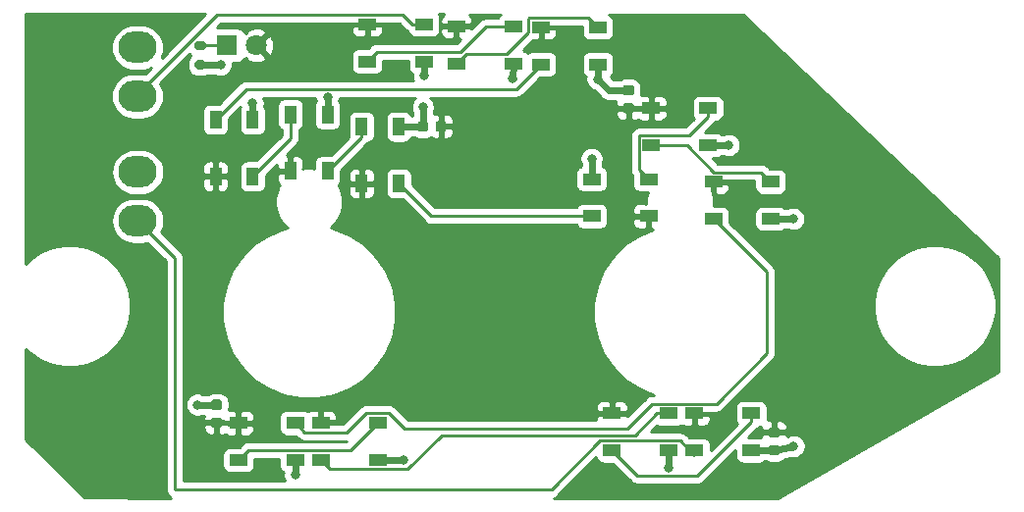
<source format=gbr>
%TF.GenerationSoftware,KiCad,Pcbnew,(5.1.10)-1*%
%TF.CreationDate,2021-10-30T00:49:30-07:00*%
%TF.ProjectId,ANT SEL Panel PCB V2,414e5420-5345-44c2-9050-616e656c2050,rev?*%
%TF.SameCoordinates,Original*%
%TF.FileFunction,Copper,L1,Top*%
%TF.FilePolarity,Positive*%
%FSLAX46Y46*%
G04 Gerber Fmt 4.6, Leading zero omitted, Abs format (unit mm)*
G04 Created by KiCad (PCBNEW (5.1.10)-1) date 2021-10-30 00:49:30*
%MOMM*%
%LPD*%
G01*
G04 APERTURE LIST*
%TA.AperFunction,ComponentPad*%
%ADD10O,3.300000X2.700000*%
%TD*%
%TA.AperFunction,ComponentPad*%
%ADD11C,1.800000*%
%TD*%
%TA.AperFunction,ComponentPad*%
%ADD12R,1.800000X1.800000*%
%TD*%
%TA.AperFunction,SMDPad,CuDef*%
%ADD13R,1.500000X1.000000*%
%TD*%
%TA.AperFunction,SMDPad,CuDef*%
%ADD14R,1.000000X1.500000*%
%TD*%
%TA.AperFunction,ViaPad*%
%ADD15C,0.800000*%
%TD*%
%TA.AperFunction,ViaPad*%
%ADD16C,1.500000*%
%TD*%
%TA.AperFunction,Conductor*%
%ADD17C,0.250000*%
%TD*%
%TA.AperFunction,Conductor*%
%ADD18C,0.600000*%
%TD*%
%TA.AperFunction,Conductor*%
%ADD19C,0.254000*%
%TD*%
%TA.AperFunction,Conductor*%
%ADD20C,0.100000*%
%TD*%
G04 APERTURE END LIST*
D10*
%TO.P,J2,4*%
%TO.N,/DATAOUT*%
X87930620Y-56889760D03*
%TO.P,J2,3*%
%TO.N,/LEDGND*%
X87930620Y-52689760D03*
%TO.P,J2,2*%
%TO.N,/LED+5V*%
X82430620Y-56889760D03*
%TO.P,J2,1*%
%TA.AperFunction,ComponentPad*%
G36*
G01*
X81030621Y-51339760D02*
X83830619Y-51339760D01*
G75*
G02*
X84080620Y-51589761I0J-250001D01*
G01*
X84080620Y-53789759D01*
G75*
G02*
X83830619Y-54039760I-250001J0D01*
G01*
X81030621Y-54039760D01*
G75*
G02*
X80780620Y-53789759I0J250001D01*
G01*
X80780620Y-51589761D01*
G75*
G02*
X81030621Y-51339760I250001J0D01*
G01*
G37*
%TD.AperFunction*%
%TD*%
%TO.P,J1,4*%
%TO.N,/DATAIN*%
X87905220Y-46137940D03*
%TO.P,J1,3*%
%TO.N,/LEDGND*%
X87905220Y-41937940D03*
%TO.P,J1,2*%
%TO.N,/LED+5V*%
X82405220Y-46137940D03*
%TO.P,J1,1*%
%TA.AperFunction,ComponentPad*%
G36*
G01*
X81005221Y-40587940D02*
X83805219Y-40587940D01*
G75*
G02*
X84055220Y-40837941I0J-250001D01*
G01*
X84055220Y-43037939D01*
G75*
G02*
X83805219Y-43287940I-250001J0D01*
G01*
X81005221Y-43287940D01*
G75*
G02*
X80755220Y-43037939I0J250001D01*
G01*
X80755220Y-40837941D01*
G75*
G02*
X81005221Y-40587940I250001J0D01*
G01*
G37*
%TD.AperFunction*%
%TD*%
%TO.P,R1,2*%
%TO.N,Net-(D14-Pad1)*%
%TA.AperFunction,SMDPad,CuDef*%
G36*
G01*
X93602220Y-42170300D02*
X93052220Y-42170300D01*
G75*
G02*
X92852220Y-41970300I0J200000D01*
G01*
X92852220Y-41570300D01*
G75*
G02*
X93052220Y-41370300I200000J0D01*
G01*
X93602220Y-41370300D01*
G75*
G02*
X93802220Y-41570300I0J-200000D01*
G01*
X93802220Y-41970300D01*
G75*
G02*
X93602220Y-42170300I-200000J0D01*
G01*
G37*
%TD.AperFunction*%
%TO.P,R1,1*%
%TO.N,/LEDGND*%
%TA.AperFunction,SMDPad,CuDef*%
G36*
G01*
X93602220Y-43820300D02*
X93052220Y-43820300D01*
G75*
G02*
X92852220Y-43620300I0J200000D01*
G01*
X92852220Y-43220300D01*
G75*
G02*
X93052220Y-43020300I200000J0D01*
G01*
X93602220Y-43020300D01*
G75*
G02*
X93802220Y-43220300I0J-200000D01*
G01*
X93802220Y-43620300D01*
G75*
G02*
X93602220Y-43820300I-200000J0D01*
G01*
G37*
%TD.AperFunction*%
%TD*%
%TO.P,C5,2*%
%TO.N,/LEDGND*%
%TA.AperFunction,SMDPad,CuDef*%
G36*
G01*
X94974220Y-73222940D02*
X94474220Y-73222940D01*
G75*
G02*
X94249220Y-72997940I0J225000D01*
G01*
X94249220Y-72547940D01*
G75*
G02*
X94474220Y-72322940I225000J0D01*
G01*
X94974220Y-72322940D01*
G75*
G02*
X95199220Y-72547940I0J-225000D01*
G01*
X95199220Y-72997940D01*
G75*
G02*
X94974220Y-73222940I-225000J0D01*
G01*
G37*
%TD.AperFunction*%
%TO.P,C5,1*%
%TO.N,/LED+5V*%
%TA.AperFunction,SMDPad,CuDef*%
G36*
G01*
X94974220Y-74772940D02*
X94474220Y-74772940D01*
G75*
G02*
X94249220Y-74547940I0J225000D01*
G01*
X94249220Y-74097940D01*
G75*
G02*
X94474220Y-73872940I225000J0D01*
G01*
X94974220Y-73872940D01*
G75*
G02*
X95199220Y-74097940I0J-225000D01*
G01*
X95199220Y-74547940D01*
G75*
G02*
X94974220Y-74772940I-225000J0D01*
G01*
G37*
%TD.AperFunction*%
%TD*%
%TO.P,C4,2*%
%TO.N,/LEDGND*%
%TA.AperFunction,SMDPad,CuDef*%
G36*
G01*
X142566580Y-76252920D02*
X143066580Y-76252920D01*
G75*
G02*
X143291580Y-76477920I0J-225000D01*
G01*
X143291580Y-76927920D01*
G75*
G02*
X143066580Y-77152920I-225000J0D01*
G01*
X142566580Y-77152920D01*
G75*
G02*
X142341580Y-76927920I0J225000D01*
G01*
X142341580Y-76477920D01*
G75*
G02*
X142566580Y-76252920I225000J0D01*
G01*
G37*
%TD.AperFunction*%
%TO.P,C4,1*%
%TO.N,/LED+5V*%
%TA.AperFunction,SMDPad,CuDef*%
G36*
G01*
X142566580Y-74702920D02*
X143066580Y-74702920D01*
G75*
G02*
X143291580Y-74927920I0J-225000D01*
G01*
X143291580Y-75377920D01*
G75*
G02*
X143066580Y-75602920I-225000J0D01*
G01*
X142566580Y-75602920D01*
G75*
G02*
X142341580Y-75377920I0J225000D01*
G01*
X142341580Y-74927920D01*
G75*
G02*
X142566580Y-74702920I225000J0D01*
G01*
G37*
%TD.AperFunction*%
%TD*%
%TO.P,C3,2*%
%TO.N,/LEDGND*%
%TA.AperFunction,SMDPad,CuDef*%
G36*
G01*
X130513900Y-46072880D02*
X130013900Y-46072880D01*
G75*
G02*
X129788900Y-45847880I0J225000D01*
G01*
X129788900Y-45397880D01*
G75*
G02*
X130013900Y-45172880I225000J0D01*
G01*
X130513900Y-45172880D01*
G75*
G02*
X130738900Y-45397880I0J-225000D01*
G01*
X130738900Y-45847880D01*
G75*
G02*
X130513900Y-46072880I-225000J0D01*
G01*
G37*
%TD.AperFunction*%
%TO.P,C3,1*%
%TO.N,/LED+5V*%
%TA.AperFunction,SMDPad,CuDef*%
G36*
G01*
X130513900Y-47622880D02*
X130013900Y-47622880D01*
G75*
G02*
X129788900Y-47397880I0J225000D01*
G01*
X129788900Y-46947880D01*
G75*
G02*
X130013900Y-46722880I225000J0D01*
G01*
X130513900Y-46722880D01*
G75*
G02*
X130738900Y-46947880I0J-225000D01*
G01*
X130738900Y-47397880D01*
G75*
G02*
X130513900Y-47622880I-225000J0D01*
G01*
G37*
%TD.AperFunction*%
%TD*%
%TO.P,C2,2*%
%TO.N,/LEDGND*%
%TA.AperFunction,SMDPad,CuDef*%
G36*
G01*
X112974240Y-48495140D02*
X112974240Y-48995140D01*
G75*
G02*
X112749240Y-49220140I-225000J0D01*
G01*
X112299240Y-49220140D01*
G75*
G02*
X112074240Y-48995140I0J225000D01*
G01*
X112074240Y-48495140D01*
G75*
G02*
X112299240Y-48270140I225000J0D01*
G01*
X112749240Y-48270140D01*
G75*
G02*
X112974240Y-48495140I0J-225000D01*
G01*
G37*
%TD.AperFunction*%
%TO.P,C2,1*%
%TO.N,/LED+5V*%
%TA.AperFunction,SMDPad,CuDef*%
G36*
G01*
X114524240Y-48495140D02*
X114524240Y-48995140D01*
G75*
G02*
X114299240Y-49220140I-225000J0D01*
G01*
X113849240Y-49220140D01*
G75*
G02*
X113624240Y-48995140I0J225000D01*
G01*
X113624240Y-48495140D01*
G75*
G02*
X113849240Y-48270140I225000J0D01*
G01*
X114299240Y-48270140D01*
G75*
G02*
X114524240Y-48495140I0J-225000D01*
G01*
G37*
%TD.AperFunction*%
%TD*%
D11*
%TO.P,D14,2*%
%TO.N,/LED+5V*%
X98150000Y-41750000D03*
D12*
%TO.P,D14,1*%
%TO.N,Net-(D14-Pad1)*%
X95610000Y-41750000D03*
%TD*%
D13*
%TO.P,D13,1*%
%TO.N,/LED+5V*%
X135941200Y-73507600D03*
%TO.P,D13,2*%
%TO.N,/DATAOUT*%
X135941200Y-76707600D03*
%TO.P,D13,4*%
%TO.N,Net-(D12-Pad2)*%
X140841200Y-73507600D03*
%TO.P,D13,3*%
%TO.N,/LEDGND*%
X140841200Y-76707600D03*
%TD*%
%TO.P,D12,1*%
%TO.N,/LED+5V*%
X128829200Y-73507600D03*
%TO.P,D12,2*%
%TO.N,Net-(D12-Pad2)*%
X128829200Y-76707600D03*
%TO.P,D12,4*%
%TO.N,Net-(D11-Pad2)*%
X133729200Y-73507600D03*
%TO.P,D12,3*%
%TO.N,/LEDGND*%
X133729200Y-76707600D03*
%TD*%
%TO.P,D11,1*%
%TO.N,/LED+5V*%
X103710200Y-74320400D03*
%TO.P,D11,2*%
%TO.N,Net-(D11-Pad2)*%
X103710200Y-77520400D03*
%TO.P,D11,4*%
%TO.N,Net-(D10-Pad2)*%
X108610200Y-74320400D03*
%TO.P,D11,3*%
%TO.N,/LEDGND*%
X108610200Y-77520400D03*
%TD*%
%TO.P,D10,1*%
%TO.N,/LED+5V*%
X96610200Y-74346000D03*
%TO.P,D10,2*%
%TO.N,Net-(D10-Pad2)*%
X96610200Y-77546000D03*
%TO.P,D10,4*%
%TO.N,Net-(D10-Pad4)*%
X101510200Y-74346000D03*
%TO.P,D10,3*%
%TO.N,/LEDGND*%
X101510200Y-77546000D03*
%TD*%
%TO.P,D9,1*%
%TO.N,/LED+5V*%
X137605200Y-53518000D03*
%TO.P,D9,2*%
%TO.N,Net-(D10-Pad4)*%
X137605200Y-56718000D03*
%TO.P,D9,4*%
%TO.N,Net-(D8-Pad2)*%
X142505200Y-53518000D03*
%TO.P,D9,3*%
%TO.N,/LEDGND*%
X142505200Y-56718000D03*
%TD*%
%TO.P,D8,1*%
%TO.N,/LED+5V*%
X132221200Y-47168000D03*
%TO.P,D8,2*%
%TO.N,Net-(D8-Pad2)*%
X132221200Y-50368000D03*
%TO.P,D8,4*%
%TO.N,Net-(D7-Pad2)*%
X137121200Y-47168000D03*
%TO.P,D8,3*%
%TO.N,/LEDGND*%
X137121200Y-50368000D03*
%TD*%
%TO.P,D7,1*%
%TO.N,/LED+5V*%
X131978200Y-56489200D03*
%TO.P,D7,2*%
%TO.N,Net-(D7-Pad2)*%
X131978200Y-53289200D03*
%TO.P,D7,4*%
%TO.N,Net-(D6-Pad2)*%
X127078200Y-56489200D03*
%TO.P,D7,3*%
%TO.N,/LEDGND*%
X127078200Y-53289200D03*
%TD*%
D14*
%TO.P,D6,1*%
%TO.N,/LED+5V*%
X107239200Y-53668000D03*
%TO.P,D6,2*%
%TO.N,Net-(D6-Pad2)*%
X110439200Y-53668000D03*
%TO.P,D6,4*%
%TO.N,Net-(D5-Pad2)*%
X107239200Y-48768000D03*
%TO.P,D6,3*%
%TO.N,/LEDGND*%
X110439200Y-48768000D03*
%TD*%
%TO.P,D5,1*%
%TO.N,/LED+5V*%
X101092200Y-52601200D03*
%TO.P,D5,2*%
%TO.N,Net-(D5-Pad2)*%
X104292200Y-52601200D03*
%TO.P,D5,4*%
%TO.N,Net-(D4-Pad2)*%
X101092200Y-47701200D03*
%TO.P,D5,3*%
%TO.N,/LEDGND*%
X104292200Y-47701200D03*
%TD*%
%TO.P,D4,1*%
%TO.N,/LED+5V*%
X94640800Y-53058400D03*
%TO.P,D4,2*%
%TO.N,Net-(D4-Pad2)*%
X97840800Y-53058400D03*
%TO.P,D4,4*%
%TO.N,Net-(D3-Pad2)*%
X94640800Y-48158400D03*
%TO.P,D4,3*%
%TO.N,/LEDGND*%
X97840800Y-48158400D03*
%TD*%
D13*
%TO.P,D3,1*%
%TO.N,/LED+5V*%
X122709200Y-40182800D03*
%TO.P,D3,2*%
%TO.N,Net-(D3-Pad2)*%
X122709200Y-43382800D03*
%TO.P,D3,4*%
%TO.N,Net-(D2-Pad2)*%
X127609200Y-40182800D03*
%TO.P,D3,3*%
%TO.N,/LEDGND*%
X127609200Y-43382800D03*
%TD*%
%TO.P,D2,1*%
%TO.N,/LED+5V*%
X115406200Y-40106800D03*
%TO.P,D2,2*%
%TO.N,Net-(D2-Pad2)*%
X115406200Y-43306800D03*
%TO.P,D2,4*%
%TO.N,Net-(D1-Pad2)*%
X120306200Y-40106800D03*
%TO.P,D2,3*%
%TO.N,/LEDGND*%
X120306200Y-43306800D03*
%TD*%
%TO.P,D1,1*%
%TO.N,/LED+5V*%
X107723200Y-39929200D03*
%TO.P,D1,2*%
%TO.N,Net-(D1-Pad2)*%
X107723200Y-43129200D03*
%TO.P,D1,4*%
%TO.N,/DATAIN*%
X112623200Y-39929200D03*
%TO.P,D1,3*%
%TO.N,/LEDGND*%
X112623200Y-43129200D03*
%TD*%
D15*
%TO.N,/LEDGND*%
X112524240Y-47086820D03*
X112623600Y-44361100D03*
X120291860Y-44602400D03*
X127589280Y-44663360D03*
X138897360Y-50360580D03*
X144447260Y-56715660D03*
X133728460Y-78181200D03*
X110837980Y-77518260D03*
X101510200Y-78842500D03*
X93078300Y-72771000D03*
X97840800Y-46743620D03*
X104294940Y-46222920D03*
X127073660Y-51531520D03*
X95074740Y-43426380D03*
X144505680Y-76344780D03*
D16*
%TO.N,/LED+5V*%
X113309400Y-52677060D03*
%TD*%
D17*
%TO.N,Net-(D1-Pad2)*%
X108548201Y-42304199D02*
X107723200Y-43129200D01*
X115767621Y-42304199D02*
X108548201Y-42304199D01*
X117965020Y-40106800D02*
X115767621Y-42304199D01*
X120306200Y-40106800D02*
X117965020Y-40106800D01*
%TO.N,Net-(D2-Pad2)*%
X126784199Y-39357799D02*
X127609200Y-40182800D01*
X121699199Y-39357799D02*
X126784199Y-39357799D01*
X121634199Y-39422799D02*
X121699199Y-39357799D01*
X121634199Y-40613803D02*
X121634199Y-39422799D01*
X119766203Y-42481799D02*
X121634199Y-40613803D01*
X116231201Y-42481799D02*
X119766203Y-42481799D01*
X115406200Y-43306800D02*
X116231201Y-42481799D01*
%TO.N,Net-(D3-Pad2)*%
X120594081Y-45497919D02*
X122709200Y-43382800D01*
X97301281Y-45497919D02*
X120594081Y-45497919D01*
X94640800Y-48158400D02*
X97301281Y-45497919D01*
%TO.N,Net-(D4-Pad2)*%
X101092200Y-49807000D02*
X97840800Y-53058400D01*
X101092200Y-47701200D02*
X101092200Y-49807000D01*
%TO.N,Net-(D5-Pad2)*%
X107239200Y-49654200D02*
X104292200Y-52601200D01*
X107239200Y-48768000D02*
X107239200Y-49654200D01*
%TO.N,Net-(D6-Pad2)*%
X113260400Y-56489200D02*
X127078200Y-56489200D01*
X110439200Y-53668000D02*
X113260400Y-56489200D01*
%TO.N,Net-(D7-Pad2)*%
X131146199Y-52457199D02*
X131978200Y-53289200D01*
X131146199Y-49607999D02*
X131146199Y-52457199D01*
X131211199Y-49542999D02*
X131146199Y-49607999D01*
X135496201Y-49542999D02*
X131211199Y-49542999D01*
X137121200Y-47918000D02*
X135496201Y-49542999D01*
X137121200Y-47168000D02*
X137121200Y-47918000D01*
%TO.N,Net-(D8-Pad2)*%
X141680199Y-52692999D02*
X142505200Y-53518000D01*
X137611197Y-52692999D02*
X141680199Y-52692999D01*
X135286198Y-50368000D02*
X137611197Y-52692999D01*
X132221200Y-50368000D02*
X135286198Y-50368000D01*
%TO.N,Net-(D10-Pad4)*%
X109620201Y-73495399D02*
X110940502Y-74815700D01*
X107600199Y-73495399D02*
X109620201Y-73495399D01*
X101510200Y-74346000D02*
X102309601Y-75145401D01*
X105950197Y-75145401D02*
X107600199Y-73495399D01*
X102309601Y-75145401D02*
X105950197Y-75145401D01*
X110940502Y-74815700D02*
X130175000Y-74815700D01*
X142177071Y-61289871D02*
X137605200Y-56718000D01*
X137846146Y-72682599D02*
X142177071Y-68351674D01*
X142177071Y-68351674D02*
X142177071Y-61289871D01*
X132308101Y-72682599D02*
X137846146Y-72682599D01*
X130175000Y-74815700D02*
X132308101Y-72682599D01*
%TO.N,Net-(D10-Pad2)*%
X96610200Y-77546000D02*
X97476140Y-76680060D01*
X106250540Y-76680060D02*
X108610200Y-74320400D01*
X97476140Y-76680060D02*
X106250540Y-76680060D01*
%TO.N,Net-(D11-Pad2)*%
X104535201Y-78345401D02*
X103710200Y-77520400D01*
X111214799Y-78345401D02*
X104535201Y-78345401D01*
X114127611Y-75432589D02*
X111214799Y-78345401D01*
X130804211Y-75432589D02*
X114127611Y-75432589D01*
X132729200Y-73507600D02*
X130804211Y-75432589D01*
X133729200Y-73507600D02*
X132729200Y-73507600D01*
%TO.N,Net-(D12-Pad2)*%
X131027801Y-78906201D02*
X128829200Y-76707600D01*
X140841200Y-74257600D02*
X136192599Y-78906201D01*
X136192599Y-78906201D02*
X131027801Y-78906201D01*
X140841200Y-73507600D02*
X140841200Y-74257600D01*
D18*
%TO.N,/LEDGND*%
X112501380Y-48768000D02*
X112524240Y-48745140D01*
X110439200Y-48768000D02*
X112501380Y-48768000D01*
X112524240Y-48745140D02*
X112524240Y-47086820D01*
X112524240Y-47086820D02*
X112524240Y-47086820D01*
X112623200Y-43129200D02*
X112623600Y-44361100D01*
X112623600Y-44361100D02*
X112623200Y-44360700D01*
X120306200Y-43306800D02*
X120291860Y-44602400D01*
X120291860Y-44602400D02*
X120306200Y-44588060D01*
X127609200Y-43382800D02*
X127589280Y-44663360D01*
X127589280Y-44663360D02*
X127609200Y-44643440D01*
X128548800Y-45622880D02*
X127589280Y-44663360D01*
X130263900Y-45622880D02*
X128548800Y-45622880D01*
X137121200Y-50368000D02*
X138897360Y-50360580D01*
X138897360Y-50360580D02*
X138889940Y-50368000D01*
X142505200Y-56718000D02*
X144447260Y-56715660D01*
X144447260Y-56715660D02*
X144444920Y-56718000D01*
X142811900Y-76707600D02*
X142816580Y-76702920D01*
X140841200Y-76707600D02*
X142811900Y-76707600D01*
X133729200Y-76707600D02*
X133728460Y-78181200D01*
X133728460Y-78181200D02*
X133729200Y-78180460D01*
X108610200Y-77520400D02*
X110837980Y-77518260D01*
X110837980Y-77518260D02*
X110835840Y-77520400D01*
X101510200Y-77546000D02*
X101510200Y-78842500D01*
X101510200Y-78842500D02*
X101510200Y-78842500D01*
X94724220Y-72772940D02*
X93078300Y-72771000D01*
X93078300Y-72771000D02*
X93080240Y-72772940D01*
X97840800Y-48158400D02*
X97840800Y-46743620D01*
X97840800Y-46743620D02*
X97840800Y-46743620D01*
X104292200Y-47701200D02*
X104294940Y-46222920D01*
X104294940Y-46222920D02*
X104292200Y-46225660D01*
X127078200Y-53289200D02*
X127073660Y-51531520D01*
X127073660Y-51531520D02*
X127078200Y-51536060D01*
X93327220Y-43420300D02*
X95074740Y-43426380D01*
X95074740Y-43426380D02*
X95068660Y-43420300D01*
X142816580Y-76702920D02*
X144505680Y-76344780D01*
D17*
%TO.N,Net-(D14-Pad1)*%
X95589700Y-41770300D02*
X95610000Y-41750000D01*
X93327220Y-41770300D02*
X95589700Y-41770300D01*
%TO.N,/DATAIN*%
X110798199Y-39104199D02*
X94775843Y-39104199D01*
X87950940Y-45929102D02*
X87950940Y-47062500D01*
X111623200Y-39929200D02*
X110798199Y-39104199D01*
X112623200Y-39929200D02*
X111623200Y-39929200D01*
X87905220Y-45974822D02*
X87905220Y-46137940D01*
X94775843Y-39104199D02*
X87905220Y-45974822D01*
%TO.N,/DATAOUT*%
X91117420Y-60076560D02*
X87930620Y-56889760D01*
X91117420Y-80098900D02*
X91117420Y-60076560D01*
X135941200Y-77084598D02*
X134739201Y-75882599D01*
X135941200Y-76707600D02*
X135941200Y-77084598D01*
X127819199Y-75882599D02*
X123602898Y-80098900D01*
X123602898Y-80098900D02*
X91117420Y-80098900D01*
X134739201Y-75882599D02*
X127819199Y-75882599D01*
%TD*%
D19*
%TO.N,/LED+5V*%
X93788044Y-39017196D02*
X89983685Y-42821555D01*
X90047994Y-42701242D01*
X90161498Y-42327068D01*
X90199824Y-41937940D01*
X90161498Y-41548812D01*
X90047994Y-41174638D01*
X89863673Y-40829797D01*
X89615618Y-40527542D01*
X89313363Y-40279487D01*
X88968522Y-40095166D01*
X88594348Y-39981662D01*
X88302730Y-39952940D01*
X87507710Y-39952940D01*
X87216092Y-39981662D01*
X86841918Y-40095166D01*
X86497077Y-40279487D01*
X86194822Y-40527542D01*
X85946767Y-40829797D01*
X85762446Y-41174638D01*
X85648942Y-41548812D01*
X85610616Y-41937940D01*
X85648942Y-42327068D01*
X85762446Y-42701242D01*
X85946767Y-43046083D01*
X86194822Y-43348338D01*
X86497077Y-43596393D01*
X86841918Y-43780714D01*
X87216092Y-43894218D01*
X87507710Y-43922940D01*
X88302730Y-43922940D01*
X88594348Y-43894218D01*
X88968522Y-43780714D01*
X89088836Y-43716405D01*
X88616776Y-44188465D01*
X88594348Y-44181662D01*
X88302730Y-44152940D01*
X87507710Y-44152940D01*
X87216092Y-44181662D01*
X86841918Y-44295166D01*
X86497077Y-44479487D01*
X86194822Y-44727542D01*
X85946767Y-45029797D01*
X85762446Y-45374638D01*
X85648942Y-45748812D01*
X85610616Y-46137940D01*
X85648942Y-46527068D01*
X85762446Y-46901242D01*
X85946767Y-47246083D01*
X86194822Y-47548338D01*
X86497077Y-47796393D01*
X86841918Y-47980714D01*
X87216092Y-48094218D01*
X87507710Y-48122940D01*
X88302730Y-48122940D01*
X88594348Y-48094218D01*
X88968522Y-47980714D01*
X89313363Y-47796393D01*
X89615618Y-47548338D01*
X89863673Y-47246083D01*
X90047994Y-46901242D01*
X90161498Y-46527068D01*
X90199824Y-46137940D01*
X90161498Y-45748812D01*
X90047994Y-45374638D01*
X89885051Y-45069792D01*
X92429108Y-42525735D01*
X92459614Y-42562906D01*
X92499086Y-42595300D01*
X92459614Y-42627694D01*
X92355389Y-42754692D01*
X92277942Y-42899584D01*
X92230251Y-43056800D01*
X92214148Y-43220300D01*
X92214148Y-43620300D01*
X92230251Y-43783800D01*
X92277942Y-43941016D01*
X92355389Y-44085908D01*
X92459614Y-44212906D01*
X92586612Y-44317131D01*
X92731504Y-44394578D01*
X92888720Y-44442269D01*
X93052220Y-44458372D01*
X93602220Y-44458372D01*
X93765720Y-44442269D01*
X93922936Y-44394578D01*
X93992082Y-44357618D01*
X94623669Y-44359816D01*
X94772842Y-44421606D01*
X94972801Y-44461380D01*
X95176679Y-44461380D01*
X95376638Y-44421606D01*
X95564996Y-44343585D01*
X95734514Y-44230317D01*
X95878677Y-44086154D01*
X95991945Y-43916636D01*
X96069966Y-43728278D01*
X96109740Y-43528319D01*
X96109740Y-43324441D01*
X96102506Y-43288072D01*
X96510000Y-43288072D01*
X96634482Y-43275812D01*
X96754180Y-43239502D01*
X96864494Y-43180537D01*
X96961185Y-43101185D01*
X97040537Y-43004494D01*
X97099502Y-42894180D01*
X97102813Y-42883265D01*
X97149578Y-42930030D01*
X97265526Y-42814082D01*
X97349208Y-43068261D01*
X97621775Y-43199158D01*
X97914642Y-43274365D01*
X98216553Y-43290991D01*
X98515907Y-43248397D01*
X98801199Y-43148222D01*
X98950792Y-43068261D01*
X99034475Y-42814080D01*
X98150000Y-41929605D01*
X98135858Y-41943748D01*
X97956253Y-41764143D01*
X97970395Y-41750000D01*
X98329605Y-41750000D01*
X99214080Y-42634475D01*
X99468261Y-42550792D01*
X99599158Y-42278225D01*
X99674365Y-41985358D01*
X99690991Y-41683447D01*
X99648397Y-41384093D01*
X99548222Y-41098801D01*
X99468261Y-40949208D01*
X99214080Y-40865525D01*
X98329605Y-41750000D01*
X97970395Y-41750000D01*
X97956253Y-41735858D01*
X98135858Y-41556253D01*
X98150000Y-41570395D01*
X99034475Y-40685920D01*
X98950792Y-40431739D01*
X98945506Y-40429200D01*
X106335128Y-40429200D01*
X106347388Y-40553682D01*
X106383698Y-40673380D01*
X106442663Y-40783694D01*
X106522015Y-40880385D01*
X106618706Y-40959737D01*
X106729020Y-41018702D01*
X106848718Y-41055012D01*
X106973200Y-41067272D01*
X107437450Y-41064200D01*
X107596200Y-40905450D01*
X107596200Y-40056200D01*
X107850200Y-40056200D01*
X107850200Y-40905450D01*
X108008950Y-41064200D01*
X108473200Y-41067272D01*
X108597682Y-41055012D01*
X108717380Y-41018702D01*
X108827694Y-40959737D01*
X108924385Y-40880385D01*
X109003737Y-40783694D01*
X109062702Y-40673380D01*
X109099012Y-40553682D01*
X109111272Y-40429200D01*
X109108200Y-40214950D01*
X108949450Y-40056200D01*
X107850200Y-40056200D01*
X107596200Y-40056200D01*
X106496950Y-40056200D01*
X106338200Y-40214950D01*
X106335128Y-40429200D01*
X98945506Y-40429200D01*
X98678225Y-40300842D01*
X98385358Y-40225635D01*
X98083447Y-40209009D01*
X97784093Y-40251603D01*
X97498801Y-40351778D01*
X97349208Y-40431739D01*
X97265526Y-40685918D01*
X97149578Y-40569970D01*
X97102813Y-40616735D01*
X97099502Y-40605820D01*
X97040537Y-40495506D01*
X96961185Y-40398815D01*
X96864494Y-40319463D01*
X96754180Y-40260498D01*
X96634482Y-40224188D01*
X96510000Y-40211928D01*
X94742916Y-40211928D01*
X95090645Y-39864199D01*
X110483398Y-39864199D01*
X111059401Y-40440202D01*
X111083199Y-40469201D01*
X111112197Y-40492999D01*
X111198924Y-40564174D01*
X111260566Y-40597123D01*
X111283698Y-40673380D01*
X111342663Y-40783694D01*
X111422015Y-40880385D01*
X111518706Y-40959737D01*
X111629020Y-41018702D01*
X111748718Y-41055012D01*
X111873200Y-41067272D01*
X113373200Y-41067272D01*
X113497682Y-41055012D01*
X113617380Y-41018702D01*
X113727694Y-40959737D01*
X113824385Y-40880385D01*
X113903737Y-40783694D01*
X113962702Y-40673380D01*
X113982898Y-40606800D01*
X114018128Y-40606800D01*
X114030388Y-40731282D01*
X114066698Y-40850980D01*
X114125663Y-40961294D01*
X114205015Y-41057985D01*
X114301706Y-41137337D01*
X114412020Y-41196302D01*
X114531718Y-41232612D01*
X114656200Y-41244872D01*
X115120450Y-41241800D01*
X115279200Y-41083050D01*
X115279200Y-40233800D01*
X114179950Y-40233800D01*
X114021200Y-40392550D01*
X114018128Y-40606800D01*
X113982898Y-40606800D01*
X113999012Y-40553682D01*
X114011272Y-40429200D01*
X114011272Y-39429200D01*
X113999012Y-39304718D01*
X113962702Y-39185020D01*
X113903737Y-39074706D01*
X113889350Y-39057175D01*
X114335755Y-39058063D01*
X114301706Y-39076263D01*
X114205015Y-39155615D01*
X114125663Y-39252306D01*
X114066698Y-39362620D01*
X114030388Y-39482318D01*
X114018128Y-39606800D01*
X114021200Y-39821050D01*
X114179950Y-39979800D01*
X115279200Y-39979800D01*
X115279200Y-39959800D01*
X115533200Y-39959800D01*
X115533200Y-39979800D01*
X116632450Y-39979800D01*
X116791200Y-39821050D01*
X116794272Y-39606800D01*
X116782012Y-39482318D01*
X116745702Y-39362620D01*
X116686737Y-39252306D01*
X116607385Y-39155615D01*
X116510694Y-39076263D01*
X116484641Y-39062337D01*
X119217591Y-39067772D01*
X119201706Y-39076263D01*
X119105015Y-39155615D01*
X119025663Y-39252306D01*
X118975154Y-39346800D01*
X118002342Y-39346800D01*
X117965019Y-39343124D01*
X117927696Y-39346800D01*
X117927687Y-39346800D01*
X117816034Y-39357797D01*
X117672773Y-39401254D01*
X117540744Y-39471826D01*
X117540742Y-39471827D01*
X117540743Y-39471827D01*
X117454016Y-39543001D01*
X117454012Y-39543005D01*
X117425019Y-39566799D01*
X117401225Y-39595792D01*
X116697834Y-40299184D01*
X116632450Y-40233800D01*
X115533200Y-40233800D01*
X115533200Y-41083050D01*
X115691950Y-41241800D01*
X115754803Y-41242216D01*
X115452820Y-41544199D01*
X108585534Y-41544199D01*
X108548201Y-41540522D01*
X108510868Y-41544199D01*
X108399215Y-41555196D01*
X108255954Y-41598653D01*
X108123925Y-41669225D01*
X108008200Y-41764198D01*
X107984402Y-41793197D01*
X107786470Y-41991128D01*
X106973200Y-41991128D01*
X106848718Y-42003388D01*
X106729020Y-42039698D01*
X106618706Y-42098663D01*
X106522015Y-42178015D01*
X106442663Y-42274706D01*
X106383698Y-42385020D01*
X106347388Y-42504718D01*
X106335128Y-42629200D01*
X106335128Y-43629200D01*
X106347388Y-43753682D01*
X106383698Y-43873380D01*
X106442663Y-43983694D01*
X106522015Y-44080385D01*
X106618706Y-44159737D01*
X106729020Y-44218702D01*
X106848718Y-44255012D01*
X106973200Y-44267272D01*
X108473200Y-44267272D01*
X108597682Y-44255012D01*
X108717380Y-44218702D01*
X108827694Y-44159737D01*
X108924385Y-44080385D01*
X109003737Y-43983694D01*
X109062702Y-43873380D01*
X109099012Y-43753682D01*
X109111272Y-43629200D01*
X109111272Y-43064199D01*
X111235128Y-43064199D01*
X111235128Y-43629200D01*
X111247388Y-43753682D01*
X111283698Y-43873380D01*
X111342663Y-43983694D01*
X111422015Y-44080385D01*
X111518706Y-44159737D01*
X111599759Y-44203061D01*
X111588600Y-44259161D01*
X111588600Y-44463039D01*
X111628374Y-44662998D01*
X111659408Y-44737919D01*
X97338603Y-44737919D01*
X97301280Y-44734243D01*
X97263957Y-44737919D01*
X97263948Y-44737919D01*
X97152295Y-44748916D01*
X97009034Y-44792373D01*
X96877005Y-44862945D01*
X96761280Y-44957918D01*
X96737482Y-44986916D01*
X94954071Y-46770328D01*
X94140800Y-46770328D01*
X94016318Y-46782588D01*
X93896620Y-46818898D01*
X93786306Y-46877863D01*
X93689615Y-46957215D01*
X93610263Y-47053906D01*
X93551298Y-47164220D01*
X93514988Y-47283918D01*
X93502728Y-47408400D01*
X93502728Y-48908400D01*
X93514988Y-49032882D01*
X93551298Y-49152580D01*
X93610263Y-49262894D01*
X93689615Y-49359585D01*
X93786306Y-49438937D01*
X93896620Y-49497902D01*
X94016318Y-49534212D01*
X94140800Y-49546472D01*
X95140800Y-49546472D01*
X95265282Y-49534212D01*
X95384980Y-49497902D01*
X95495294Y-49438937D01*
X95591985Y-49359585D01*
X95671337Y-49262894D01*
X95730302Y-49152580D01*
X95766612Y-49032882D01*
X95778872Y-48908400D01*
X95778872Y-48095129D01*
X96798972Y-47075030D01*
X96751298Y-47164220D01*
X96714988Y-47283918D01*
X96702728Y-47408400D01*
X96702728Y-48908400D01*
X96714988Y-49032882D01*
X96751298Y-49152580D01*
X96810263Y-49262894D01*
X96889615Y-49359585D01*
X96986306Y-49438937D01*
X97096620Y-49497902D01*
X97216318Y-49534212D01*
X97340800Y-49546472D01*
X98340800Y-49546472D01*
X98465282Y-49534212D01*
X98584980Y-49497902D01*
X98695294Y-49438937D01*
X98791985Y-49359585D01*
X98871337Y-49262894D01*
X98930302Y-49152580D01*
X98966612Y-49032882D01*
X98978872Y-48908400D01*
X98978872Y-47408400D01*
X98966612Y-47283918D01*
X98930302Y-47164220D01*
X98871337Y-47053906D01*
X98841572Y-47017637D01*
X98875800Y-46845559D01*
X98875800Y-46641681D01*
X98836026Y-46441722D01*
X98759892Y-46257919D01*
X103259940Y-46257919D01*
X103259940Y-46324859D01*
X103299714Y-46524818D01*
X103306740Y-46541780D01*
X103261663Y-46596706D01*
X103202698Y-46707020D01*
X103166388Y-46826718D01*
X103154128Y-46951200D01*
X103154128Y-48451200D01*
X103166388Y-48575682D01*
X103202698Y-48695380D01*
X103261663Y-48805694D01*
X103341015Y-48902385D01*
X103437706Y-48981737D01*
X103548020Y-49040702D01*
X103667718Y-49077012D01*
X103792200Y-49089272D01*
X104792200Y-49089272D01*
X104916682Y-49077012D01*
X105036380Y-49040702D01*
X105146694Y-48981737D01*
X105243385Y-48902385D01*
X105322737Y-48805694D01*
X105381702Y-48695380D01*
X105418012Y-48575682D01*
X105430272Y-48451200D01*
X105430272Y-46951200D01*
X105418012Y-46826718D01*
X105381702Y-46707020D01*
X105322737Y-46596706D01*
X105281302Y-46546217D01*
X105290166Y-46524818D01*
X105329940Y-46324859D01*
X105329940Y-46257919D01*
X111901827Y-46257919D01*
X111864466Y-46282883D01*
X111720303Y-46427046D01*
X111607035Y-46596564D01*
X111529014Y-46784922D01*
X111489240Y-46984881D01*
X111489240Y-47188759D01*
X111529014Y-47388718D01*
X111589241Y-47534117D01*
X111589241Y-47833000D01*
X111546654Y-47833000D01*
X111528702Y-47773820D01*
X111469737Y-47663506D01*
X111390385Y-47566815D01*
X111293694Y-47487463D01*
X111183380Y-47428498D01*
X111063682Y-47392188D01*
X110939200Y-47379928D01*
X109939200Y-47379928D01*
X109814718Y-47392188D01*
X109695020Y-47428498D01*
X109584706Y-47487463D01*
X109488015Y-47566815D01*
X109408663Y-47663506D01*
X109349698Y-47773820D01*
X109313388Y-47893518D01*
X109301128Y-48018000D01*
X109301128Y-49518000D01*
X109313388Y-49642482D01*
X109349698Y-49762180D01*
X109408663Y-49872494D01*
X109488015Y-49969185D01*
X109584706Y-50048537D01*
X109695020Y-50107502D01*
X109814718Y-50143812D01*
X109939200Y-50156072D01*
X110939200Y-50156072D01*
X111063682Y-50143812D01*
X111183380Y-50107502D01*
X111293694Y-50048537D01*
X111390385Y-49969185D01*
X111469737Y-49872494D01*
X111528702Y-49762180D01*
X111546654Y-49703000D01*
X111807853Y-49703000D01*
X111819743Y-49712758D01*
X111968957Y-49792515D01*
X112130863Y-49841628D01*
X112299240Y-49858212D01*
X112749240Y-49858212D01*
X112917617Y-49841628D01*
X113079523Y-49792515D01*
X113225591Y-49714440D01*
X113269746Y-49750677D01*
X113380060Y-49809642D01*
X113499758Y-49845952D01*
X113624240Y-49858212D01*
X113788490Y-49855140D01*
X113947240Y-49696390D01*
X113947240Y-48872140D01*
X114201240Y-48872140D01*
X114201240Y-49696390D01*
X114359990Y-49855140D01*
X114524240Y-49858212D01*
X114648722Y-49845952D01*
X114768420Y-49809642D01*
X114878734Y-49750677D01*
X114975425Y-49671325D01*
X115054777Y-49574634D01*
X115113742Y-49464320D01*
X115150052Y-49344622D01*
X115162312Y-49220140D01*
X115159240Y-49030890D01*
X115000490Y-48872140D01*
X114201240Y-48872140D01*
X113947240Y-48872140D01*
X113927240Y-48872140D01*
X113927240Y-48618140D01*
X113947240Y-48618140D01*
X113947240Y-47793890D01*
X114201240Y-47793890D01*
X114201240Y-48618140D01*
X115000490Y-48618140D01*
X115159240Y-48459390D01*
X115162312Y-48270140D01*
X115150052Y-48145658D01*
X115113742Y-48025960D01*
X115054777Y-47915646D01*
X114975425Y-47818955D01*
X114878734Y-47739603D01*
X114768420Y-47680638D01*
X114648722Y-47644328D01*
X114524240Y-47632068D01*
X114359990Y-47635140D01*
X114201240Y-47793890D01*
X113947240Y-47793890D01*
X113788490Y-47635140D01*
X113624240Y-47632068D01*
X113499758Y-47644328D01*
X113459240Y-47656619D01*
X113459240Y-47622880D01*
X129150828Y-47622880D01*
X129163088Y-47747362D01*
X129199398Y-47867060D01*
X129258363Y-47977374D01*
X129337715Y-48074065D01*
X129434406Y-48153417D01*
X129544720Y-48212382D01*
X129664418Y-48248692D01*
X129788900Y-48260952D01*
X129978150Y-48257880D01*
X130136900Y-48099130D01*
X130136900Y-47299880D01*
X130390900Y-47299880D01*
X130390900Y-48099130D01*
X130549650Y-48257880D01*
X130738900Y-48260952D01*
X130863382Y-48248692D01*
X130983080Y-48212382D01*
X131074217Y-48163667D01*
X131116706Y-48198537D01*
X131227020Y-48257502D01*
X131346718Y-48293812D01*
X131471200Y-48306072D01*
X131935450Y-48303000D01*
X132094200Y-48144250D01*
X132094200Y-47295000D01*
X132348200Y-47295000D01*
X132348200Y-48144250D01*
X132506950Y-48303000D01*
X132971200Y-48306072D01*
X133095682Y-48293812D01*
X133215380Y-48257502D01*
X133325694Y-48198537D01*
X133422385Y-48119185D01*
X133501737Y-48022494D01*
X133560702Y-47912180D01*
X133597012Y-47792482D01*
X133609272Y-47668000D01*
X133606200Y-47453750D01*
X133447450Y-47295000D01*
X132348200Y-47295000D01*
X132094200Y-47295000D01*
X130994950Y-47295000D01*
X130990070Y-47299880D01*
X130390900Y-47299880D01*
X130136900Y-47299880D01*
X129312650Y-47299880D01*
X129153900Y-47458630D01*
X129150828Y-47622880D01*
X113459240Y-47622880D01*
X113459240Y-47534115D01*
X113519466Y-47388718D01*
X113559240Y-47188759D01*
X113559240Y-46984881D01*
X113519466Y-46784922D01*
X113441445Y-46596564D01*
X113328177Y-46427046D01*
X113184014Y-46282883D01*
X113146653Y-46257919D01*
X120556759Y-46257919D01*
X120594081Y-46261595D01*
X120631403Y-46257919D01*
X120631414Y-46257919D01*
X120743067Y-46246922D01*
X120886328Y-46203465D01*
X121018357Y-46132893D01*
X121134082Y-46037920D01*
X121157885Y-46008916D01*
X122645930Y-44520872D01*
X123459200Y-44520872D01*
X123583682Y-44508612D01*
X123703380Y-44472302D01*
X123813694Y-44413337D01*
X123910385Y-44333985D01*
X123989737Y-44237294D01*
X124048702Y-44126980D01*
X124085012Y-44007282D01*
X124097272Y-43882800D01*
X124097272Y-42882800D01*
X126221128Y-42882800D01*
X126221128Y-43882800D01*
X126233388Y-44007282D01*
X126269698Y-44126980D01*
X126328663Y-44237294D01*
X126408015Y-44333985D01*
X126504706Y-44413337D01*
X126576140Y-44451520D01*
X126554280Y-44561421D01*
X126554280Y-44765299D01*
X126594054Y-44965258D01*
X126672075Y-45153616D01*
X126785343Y-45323134D01*
X126929506Y-45467297D01*
X127099024Y-45580565D01*
X127244422Y-45640791D01*
X127855174Y-46251544D01*
X127884456Y-46287224D01*
X128026828Y-46404066D01*
X128189260Y-46490887D01*
X128301116Y-46524818D01*
X128365507Y-46544351D01*
X128548799Y-46562404D01*
X128594731Y-46557880D01*
X129175379Y-46557880D01*
X129163088Y-46598398D01*
X129150828Y-46722880D01*
X129153900Y-46887130D01*
X129312650Y-47045880D01*
X130136900Y-47045880D01*
X130136900Y-47025880D01*
X130390900Y-47025880D01*
X130390900Y-47045880D01*
X131215150Y-47045880D01*
X131220030Y-47041000D01*
X132094200Y-47041000D01*
X132094200Y-46191750D01*
X132348200Y-46191750D01*
X132348200Y-47041000D01*
X133447450Y-47041000D01*
X133606200Y-46882250D01*
X133609272Y-46668000D01*
X133597012Y-46543518D01*
X133560702Y-46423820D01*
X133501737Y-46313506D01*
X133422385Y-46216815D01*
X133325694Y-46137463D01*
X133215380Y-46078498D01*
X133095682Y-46042188D01*
X132971200Y-46029928D01*
X132506950Y-46033000D01*
X132348200Y-46191750D01*
X132094200Y-46191750D01*
X131935450Y-46033000D01*
X131471200Y-46029928D01*
X131352701Y-46041599D01*
X131360388Y-46016257D01*
X131376972Y-45847880D01*
X131376972Y-45397880D01*
X131360388Y-45229503D01*
X131311275Y-45067597D01*
X131231518Y-44918383D01*
X131124184Y-44787596D01*
X130993397Y-44680262D01*
X130844183Y-44600505D01*
X130682277Y-44551392D01*
X130513900Y-44534808D01*
X130013900Y-44534808D01*
X129845523Y-44551392D01*
X129683617Y-44600505D01*
X129534403Y-44680262D01*
X129525120Y-44687880D01*
X128936090Y-44687880D01*
X128679711Y-44431502D01*
X128713694Y-44413337D01*
X128810385Y-44333985D01*
X128889737Y-44237294D01*
X128948702Y-44126980D01*
X128985012Y-44007282D01*
X128997272Y-43882800D01*
X128997272Y-42882800D01*
X128985012Y-42758318D01*
X128948702Y-42638620D01*
X128889737Y-42528306D01*
X128810385Y-42431615D01*
X128713694Y-42352263D01*
X128603380Y-42293298D01*
X128483682Y-42256988D01*
X128359200Y-42244728D01*
X126859200Y-42244728D01*
X126734718Y-42256988D01*
X126615020Y-42293298D01*
X126504706Y-42352263D01*
X126408015Y-42431615D01*
X126328663Y-42528306D01*
X126269698Y-42638620D01*
X126233388Y-42758318D01*
X126221128Y-42882800D01*
X124097272Y-42882800D01*
X124085012Y-42758318D01*
X124048702Y-42638620D01*
X123989737Y-42528306D01*
X123910385Y-42431615D01*
X123813694Y-42352263D01*
X123703380Y-42293298D01*
X123583682Y-42256988D01*
X123459200Y-42244728D01*
X121959200Y-42244728D01*
X121834718Y-42256988D01*
X121715020Y-42293298D01*
X121604706Y-42352263D01*
X121544908Y-42401337D01*
X121507385Y-42355615D01*
X121410694Y-42276263D01*
X121300380Y-42217298D01*
X121180682Y-42180988D01*
X121145300Y-42177503D01*
X122002217Y-41320587D01*
X122423450Y-41317800D01*
X122582200Y-41159050D01*
X122582200Y-40309800D01*
X122836200Y-40309800D01*
X122836200Y-41159050D01*
X122994950Y-41317800D01*
X123459200Y-41320872D01*
X123583682Y-41308612D01*
X123703380Y-41272302D01*
X123813694Y-41213337D01*
X123910385Y-41133985D01*
X123989737Y-41037294D01*
X124048702Y-40926980D01*
X124085012Y-40807282D01*
X124097272Y-40682800D01*
X124094200Y-40468550D01*
X123935450Y-40309800D01*
X122836200Y-40309800D01*
X122582200Y-40309800D01*
X122562200Y-40309800D01*
X122562200Y-40117799D01*
X126221128Y-40117799D01*
X126221128Y-40682800D01*
X126233388Y-40807282D01*
X126269698Y-40926980D01*
X126328663Y-41037294D01*
X126408015Y-41133985D01*
X126504706Y-41213337D01*
X126615020Y-41272302D01*
X126734718Y-41308612D01*
X126859200Y-41320872D01*
X128359200Y-41320872D01*
X128483682Y-41308612D01*
X128603380Y-41272302D01*
X128713694Y-41213337D01*
X128810385Y-41133985D01*
X128889737Y-41037294D01*
X128948702Y-40926980D01*
X128985012Y-40807282D01*
X128997272Y-40682800D01*
X128997272Y-39682800D01*
X128985012Y-39558318D01*
X128948702Y-39438620D01*
X128889737Y-39328306D01*
X128810385Y-39231615D01*
X128713694Y-39152263D01*
X128603380Y-39093298D01*
X128580621Y-39086394D01*
X140174330Y-39109453D01*
X162129000Y-60134851D01*
X162129001Y-69910574D01*
X143073640Y-80848846D01*
X123802386Y-80832583D01*
X123895145Y-80804446D01*
X124027174Y-80733874D01*
X124142899Y-80638901D01*
X124166702Y-80609897D01*
X127452593Y-77324007D01*
X127453388Y-77332082D01*
X127489698Y-77451780D01*
X127548663Y-77562094D01*
X127628015Y-77658785D01*
X127724706Y-77738137D01*
X127835020Y-77797102D01*
X127954718Y-77833412D01*
X128079200Y-77845672D01*
X128892471Y-77845672D01*
X130464002Y-79417204D01*
X130487800Y-79446202D01*
X130603525Y-79541175D01*
X130735554Y-79611747D01*
X130878815Y-79655204D01*
X130990468Y-79666201D01*
X130990477Y-79666201D01*
X131027800Y-79669877D01*
X131065123Y-79666201D01*
X136155277Y-79666201D01*
X136192599Y-79669877D01*
X136229921Y-79666201D01*
X136229932Y-79666201D01*
X136341585Y-79655204D01*
X136484846Y-79611747D01*
X136616875Y-79541175D01*
X136732600Y-79446202D01*
X136756403Y-79417198D01*
X139453128Y-76720474D01*
X139453128Y-77207600D01*
X139465388Y-77332082D01*
X139501698Y-77451780D01*
X139560663Y-77562094D01*
X139640015Y-77658785D01*
X139736706Y-77738137D01*
X139847020Y-77797102D01*
X139966718Y-77833412D01*
X140091200Y-77845672D01*
X141591200Y-77845672D01*
X141715682Y-77833412D01*
X141835380Y-77797102D01*
X141945694Y-77738137D01*
X142042385Y-77658785D01*
X142055668Y-77642600D01*
X142083503Y-77642600D01*
X142087083Y-77645538D01*
X142236297Y-77725295D01*
X142398203Y-77774408D01*
X142566580Y-77790992D01*
X143066580Y-77790992D01*
X143234957Y-77774408D01*
X143396863Y-77725295D01*
X143546077Y-77645538D01*
X143676864Y-77538204D01*
X143738371Y-77463258D01*
X144263574Y-77351899D01*
X144403741Y-77379780D01*
X144607619Y-77379780D01*
X144807578Y-77340006D01*
X144995936Y-77261985D01*
X145165454Y-77148717D01*
X145309617Y-77004554D01*
X145422885Y-76835036D01*
X145500906Y-76646678D01*
X145540680Y-76446719D01*
X145540680Y-76242841D01*
X145500906Y-76042882D01*
X145422885Y-75854524D01*
X145309617Y-75685006D01*
X145165454Y-75540843D01*
X144995936Y-75427575D01*
X144807578Y-75349554D01*
X144607619Y-75309780D01*
X144403741Y-75309780D01*
X144203782Y-75349554D01*
X144015424Y-75427575D01*
X143927472Y-75486343D01*
X143926580Y-75438670D01*
X143767830Y-75279920D01*
X142943580Y-75279920D01*
X142943580Y-75299920D01*
X142689580Y-75299920D01*
X142689580Y-75279920D01*
X141865330Y-75279920D01*
X141706580Y-75438670D01*
X141703925Y-75580630D01*
X141591200Y-75569528D01*
X140604074Y-75569528D01*
X141352203Y-74821399D01*
X141381201Y-74797601D01*
X141476174Y-74681876D01*
X141495526Y-74645672D01*
X141591200Y-74645672D01*
X141710302Y-74633942D01*
X141703508Y-74702920D01*
X141706580Y-74867170D01*
X141865330Y-75025920D01*
X142689580Y-75025920D01*
X142689580Y-74226670D01*
X142943580Y-74226670D01*
X142943580Y-75025920D01*
X143767830Y-75025920D01*
X143926580Y-74867170D01*
X143929652Y-74702920D01*
X143917392Y-74578438D01*
X143881082Y-74458740D01*
X143822117Y-74348426D01*
X143742765Y-74251735D01*
X143646074Y-74172383D01*
X143535760Y-74113418D01*
X143416062Y-74077108D01*
X143291580Y-74064848D01*
X143102330Y-74067920D01*
X142943580Y-74226670D01*
X142689580Y-74226670D01*
X142530830Y-74067920D01*
X142341580Y-74064848D01*
X142222478Y-74076578D01*
X142229272Y-74007600D01*
X142229272Y-73007600D01*
X142217012Y-72883118D01*
X142180702Y-72763420D01*
X142121737Y-72653106D01*
X142042385Y-72556415D01*
X141945694Y-72477063D01*
X141835380Y-72418098D01*
X141715682Y-72381788D01*
X141591200Y-72369528D01*
X140091200Y-72369528D01*
X139966718Y-72381788D01*
X139847020Y-72418098D01*
X139736706Y-72477063D01*
X139640015Y-72556415D01*
X139560663Y-72653106D01*
X139501698Y-72763420D01*
X139465388Y-72883118D01*
X139453128Y-73007600D01*
X139453128Y-74007600D01*
X139465388Y-74132082D01*
X139501698Y-74251780D01*
X139560663Y-74362094D01*
X139606298Y-74417700D01*
X137329272Y-76694727D01*
X137329272Y-76207600D01*
X137317012Y-76083118D01*
X137280702Y-75963420D01*
X137221737Y-75853106D01*
X137142385Y-75756415D01*
X137045694Y-75677063D01*
X136935380Y-75618098D01*
X136815682Y-75581788D01*
X136691200Y-75569528D01*
X135500931Y-75569528D01*
X135303005Y-75371602D01*
X135279202Y-75342598D01*
X135163477Y-75247625D01*
X135031448Y-75177053D01*
X134888187Y-75133596D01*
X134776534Y-75122599D01*
X134776523Y-75122599D01*
X134739201Y-75118923D01*
X134701879Y-75122599D01*
X132189002Y-75122599D01*
X132721648Y-74589954D01*
X132735020Y-74597102D01*
X132854718Y-74633412D01*
X132979200Y-74645672D01*
X134479200Y-74645672D01*
X134603682Y-74633412D01*
X134723380Y-74597102D01*
X134833694Y-74538137D01*
X134835200Y-74536901D01*
X134836706Y-74538137D01*
X134947020Y-74597102D01*
X135066718Y-74633412D01*
X135191200Y-74645672D01*
X135655450Y-74642600D01*
X135814200Y-74483850D01*
X135814200Y-73634600D01*
X136068200Y-73634600D01*
X136068200Y-74483850D01*
X136226950Y-74642600D01*
X136691200Y-74645672D01*
X136815682Y-74633412D01*
X136935380Y-74597102D01*
X137045694Y-74538137D01*
X137142385Y-74458785D01*
X137221737Y-74362094D01*
X137280702Y-74251780D01*
X137317012Y-74132082D01*
X137329272Y-74007600D01*
X137326200Y-73793350D01*
X137167450Y-73634600D01*
X136068200Y-73634600D01*
X135814200Y-73634600D01*
X135794200Y-73634600D01*
X135794200Y-73442599D01*
X137808824Y-73442599D01*
X137846146Y-73446275D01*
X137883468Y-73442599D01*
X137883479Y-73442599D01*
X137995132Y-73431602D01*
X138138393Y-73388145D01*
X138270422Y-73317573D01*
X138386147Y-73222600D01*
X138409950Y-73193596D01*
X142688075Y-68915472D01*
X142717072Y-68891675D01*
X142812045Y-68775950D01*
X142882617Y-68643921D01*
X142926074Y-68500660D01*
X142937071Y-68389007D01*
X142937071Y-68388997D01*
X142940747Y-68351674D01*
X142937071Y-68314351D01*
X142937071Y-63735934D01*
X151396070Y-63735934D01*
X151396070Y-64775412D01*
X151598862Y-65794917D01*
X151996653Y-66755270D01*
X152574157Y-67619564D01*
X153309179Y-68354586D01*
X154173473Y-68932090D01*
X155133826Y-69329881D01*
X156153331Y-69532673D01*
X157192809Y-69532673D01*
X158212314Y-69329881D01*
X159172667Y-68932090D01*
X160036961Y-68354586D01*
X160771983Y-67619564D01*
X161349487Y-66755270D01*
X161747278Y-65794917D01*
X161950070Y-64775412D01*
X161950070Y-63735934D01*
X161747278Y-62716429D01*
X161349487Y-61756076D01*
X160771983Y-60891782D01*
X160036961Y-60156760D01*
X159172667Y-59579256D01*
X158212314Y-59181465D01*
X157192809Y-58978673D01*
X156153331Y-58978673D01*
X155133826Y-59181465D01*
X154173473Y-59579256D01*
X153309179Y-60156760D01*
X152574157Y-60891782D01*
X151996653Y-61756076D01*
X151598862Y-62716429D01*
X151396070Y-63735934D01*
X142937071Y-63735934D01*
X142937071Y-61327194D01*
X142940747Y-61289871D01*
X142937071Y-61252548D01*
X142937071Y-61252538D01*
X142926074Y-61140885D01*
X142882617Y-60997624D01*
X142812045Y-60865594D01*
X142740870Y-60778868D01*
X142717072Y-60749870D01*
X142688074Y-60726072D01*
X138993272Y-57031271D01*
X138993272Y-56218000D01*
X141117128Y-56218000D01*
X141117128Y-57218000D01*
X141129388Y-57342482D01*
X141165698Y-57462180D01*
X141224663Y-57572494D01*
X141304015Y-57669185D01*
X141400706Y-57748537D01*
X141511020Y-57807502D01*
X141630718Y-57843812D01*
X141755200Y-57856072D01*
X143255200Y-57856072D01*
X143379682Y-57843812D01*
X143499380Y-57807502D01*
X143609694Y-57748537D01*
X143706385Y-57669185D01*
X143720870Y-57651535D01*
X144001261Y-57651197D01*
X144145362Y-57710886D01*
X144345321Y-57750660D01*
X144549199Y-57750660D01*
X144749158Y-57710886D01*
X144937516Y-57632865D01*
X145107034Y-57519597D01*
X145251197Y-57375434D01*
X145364465Y-57205916D01*
X145442486Y-57017558D01*
X145482260Y-56817599D01*
X145482260Y-56613721D01*
X145442486Y-56413762D01*
X145364465Y-56225404D01*
X145251197Y-56055886D01*
X145107034Y-55911723D01*
X144937516Y-55798455D01*
X144749158Y-55720434D01*
X144549199Y-55680660D01*
X144345321Y-55680660D01*
X144145362Y-55720434D01*
X143998660Y-55781201D01*
X143718468Y-55781538D01*
X143706385Y-55766815D01*
X143609694Y-55687463D01*
X143499380Y-55628498D01*
X143379682Y-55592188D01*
X143255200Y-55579928D01*
X141755200Y-55579928D01*
X141630718Y-55592188D01*
X141511020Y-55628498D01*
X141400706Y-55687463D01*
X141304015Y-55766815D01*
X141224663Y-55863506D01*
X141165698Y-55973820D01*
X141129388Y-56093518D01*
X141117128Y-56218000D01*
X138993272Y-56218000D01*
X138981012Y-56093518D01*
X138944702Y-55973820D01*
X138885737Y-55863506D01*
X138806385Y-55766815D01*
X138709694Y-55687463D01*
X138599380Y-55628498D01*
X138479682Y-55592188D01*
X138355200Y-55579928D01*
X137604259Y-55579928D01*
X137615070Y-55525578D01*
X137615070Y-54951768D01*
X137503125Y-54388982D01*
X137478200Y-54328808D01*
X137478200Y-53645000D01*
X137732200Y-53645000D01*
X137732200Y-54494250D01*
X137890950Y-54653000D01*
X138355200Y-54656072D01*
X138479682Y-54643812D01*
X138599380Y-54607502D01*
X138709694Y-54548537D01*
X138806385Y-54469185D01*
X138885737Y-54372494D01*
X138944702Y-54262180D01*
X138981012Y-54142482D01*
X138993272Y-54018000D01*
X138990200Y-53803750D01*
X138831450Y-53645000D01*
X137732200Y-53645000D01*
X137478200Y-53645000D01*
X137458200Y-53645000D01*
X137458200Y-53440785D01*
X137462211Y-53442002D01*
X137573864Y-53452999D01*
X137573873Y-53452999D01*
X137611196Y-53456675D01*
X137648519Y-53452999D01*
X141117128Y-53452999D01*
X141117128Y-54018000D01*
X141129388Y-54142482D01*
X141165698Y-54262180D01*
X141224663Y-54372494D01*
X141304015Y-54469185D01*
X141400706Y-54548537D01*
X141511020Y-54607502D01*
X141630718Y-54643812D01*
X141755200Y-54656072D01*
X143255200Y-54656072D01*
X143379682Y-54643812D01*
X143499380Y-54607502D01*
X143609694Y-54548537D01*
X143706385Y-54469185D01*
X143785737Y-54372494D01*
X143844702Y-54262180D01*
X143881012Y-54142482D01*
X143893272Y-54018000D01*
X143893272Y-53018000D01*
X143881012Y-52893518D01*
X143844702Y-52773820D01*
X143785737Y-52663506D01*
X143706385Y-52566815D01*
X143609694Y-52487463D01*
X143499380Y-52428498D01*
X143379682Y-52392188D01*
X143255200Y-52379928D01*
X142441929Y-52379928D01*
X142244002Y-52182001D01*
X142220200Y-52152998D01*
X142104475Y-52058025D01*
X141972446Y-51987453D01*
X141829185Y-51943996D01*
X141717532Y-51932999D01*
X141717521Y-51932999D01*
X141680199Y-51929323D01*
X141642877Y-51932999D01*
X137925999Y-51932999D01*
X137499072Y-51506072D01*
X137871200Y-51506072D01*
X137995682Y-51493812D01*
X138115380Y-51457502D01*
X138225694Y-51398537D01*
X138322385Y-51319185D01*
X138339840Y-51297916D01*
X138454548Y-51297437D01*
X138595462Y-51355806D01*
X138795421Y-51395580D01*
X138999299Y-51395580D01*
X139199258Y-51355806D01*
X139387616Y-51277785D01*
X139557134Y-51164517D01*
X139701297Y-51020354D01*
X139814565Y-50850836D01*
X139892586Y-50662478D01*
X139932360Y-50462519D01*
X139932360Y-50258641D01*
X139892586Y-50058682D01*
X139814565Y-49870324D01*
X139701297Y-49700806D01*
X139557134Y-49556643D01*
X139387616Y-49443375D01*
X139199258Y-49365354D01*
X138999299Y-49325580D01*
X138795421Y-49325580D01*
X138595462Y-49365354D01*
X138445525Y-49427460D01*
X138331512Y-49427936D01*
X138322385Y-49416815D01*
X138225694Y-49337463D01*
X138115380Y-49278498D01*
X137995682Y-49242188D01*
X137871200Y-49229928D01*
X136884074Y-49229928D01*
X137632203Y-48481799D01*
X137661201Y-48458001D01*
X137756174Y-48342276D01*
X137775526Y-48306072D01*
X137871200Y-48306072D01*
X137995682Y-48293812D01*
X138115380Y-48257502D01*
X138225694Y-48198537D01*
X138322385Y-48119185D01*
X138401737Y-48022494D01*
X138460702Y-47912180D01*
X138497012Y-47792482D01*
X138509272Y-47668000D01*
X138509272Y-46668000D01*
X138497012Y-46543518D01*
X138460702Y-46423820D01*
X138401737Y-46313506D01*
X138322385Y-46216815D01*
X138225694Y-46137463D01*
X138115380Y-46078498D01*
X137995682Y-46042188D01*
X137871200Y-46029928D01*
X136371200Y-46029928D01*
X136246718Y-46042188D01*
X136127020Y-46078498D01*
X136016706Y-46137463D01*
X135920015Y-46216815D01*
X135840663Y-46313506D01*
X135781698Y-46423820D01*
X135745388Y-46543518D01*
X135733128Y-46668000D01*
X135733128Y-47668000D01*
X135745388Y-47792482D01*
X135781698Y-47912180D01*
X135840663Y-48022494D01*
X135886298Y-48078101D01*
X135181400Y-48782999D01*
X131248522Y-48782999D01*
X131211199Y-48779323D01*
X131173877Y-48782999D01*
X131173866Y-48782999D01*
X131062213Y-48793996D01*
X130918952Y-48837453D01*
X130786923Y-48908025D01*
X130671198Y-49002998D01*
X130647395Y-49032002D01*
X130635202Y-49044195D01*
X130606198Y-49067998D01*
X130557334Y-49127540D01*
X130511225Y-49183723D01*
X130454434Y-49289971D01*
X130440653Y-49315753D01*
X130397196Y-49459014D01*
X130386199Y-49570667D01*
X130386199Y-49570677D01*
X130382523Y-49607999D01*
X130386199Y-49645322D01*
X130386200Y-52419867D01*
X130382523Y-52457199D01*
X130386200Y-52494532D01*
X130392994Y-52563506D01*
X130397197Y-52606184D01*
X130440653Y-52749445D01*
X130511225Y-52881475D01*
X130541201Y-52918000D01*
X130590128Y-52977617D01*
X130590128Y-53789200D01*
X130602388Y-53913682D01*
X130638698Y-54033380D01*
X130697663Y-54143694D01*
X130777015Y-54240385D01*
X130873706Y-54319737D01*
X130984020Y-54378702D01*
X131103718Y-54415012D01*
X131228200Y-54427272D01*
X131893399Y-54427272D01*
X131789070Y-54951768D01*
X131789070Y-55450820D01*
X131692450Y-55354200D01*
X131228200Y-55351128D01*
X131103718Y-55363388D01*
X130984020Y-55399698D01*
X130873706Y-55458663D01*
X130777015Y-55538015D01*
X130697663Y-55634706D01*
X130638698Y-55745020D01*
X130602388Y-55864718D01*
X130590128Y-55989200D01*
X130593200Y-56203450D01*
X130751950Y-56362200D01*
X131851200Y-56362200D01*
X131851200Y-56342200D01*
X132006157Y-56342200D01*
X132119652Y-56616200D01*
X132105200Y-56616200D01*
X132105200Y-57465450D01*
X132263950Y-57624200D01*
X132397802Y-57625086D01*
X131160382Y-58137642D01*
X129935760Y-58955908D01*
X128894305Y-59997363D01*
X128076039Y-61221985D01*
X127512407Y-62582713D01*
X127225070Y-64027253D01*
X127225070Y-65500093D01*
X127512407Y-66944633D01*
X128076039Y-68305361D01*
X128894305Y-69529983D01*
X129935760Y-70571438D01*
X131160382Y-71389704D01*
X132446904Y-71922599D01*
X132345423Y-71922599D01*
X132308100Y-71918923D01*
X132270777Y-71922599D01*
X132270768Y-71922599D01*
X132159115Y-71933596D01*
X132015854Y-71977053D01*
X131883825Y-72047625D01*
X131768100Y-72142598D01*
X131744302Y-72171596D01*
X130168374Y-73747524D01*
X130055450Y-73634600D01*
X128956200Y-73634600D01*
X128956200Y-73654600D01*
X128702200Y-73654600D01*
X128702200Y-73634600D01*
X127602950Y-73634600D01*
X127444200Y-73793350D01*
X127441128Y-74007600D01*
X127445865Y-74055700D01*
X111255304Y-74055700D01*
X110207204Y-73007600D01*
X127441128Y-73007600D01*
X127444200Y-73221850D01*
X127602950Y-73380600D01*
X128702200Y-73380600D01*
X128702200Y-72531350D01*
X128956200Y-72531350D01*
X128956200Y-73380600D01*
X130055450Y-73380600D01*
X130214200Y-73221850D01*
X130217272Y-73007600D01*
X130205012Y-72883118D01*
X130168702Y-72763420D01*
X130109737Y-72653106D01*
X130030385Y-72556415D01*
X129933694Y-72477063D01*
X129823380Y-72418098D01*
X129703682Y-72381788D01*
X129579200Y-72369528D01*
X129114950Y-72372600D01*
X128956200Y-72531350D01*
X128702200Y-72531350D01*
X128543450Y-72372600D01*
X128079200Y-72369528D01*
X127954718Y-72381788D01*
X127835020Y-72418098D01*
X127724706Y-72477063D01*
X127628015Y-72556415D01*
X127548663Y-72653106D01*
X127489698Y-72763420D01*
X127453388Y-72883118D01*
X127441128Y-73007600D01*
X110207204Y-73007600D01*
X110184005Y-72984402D01*
X110160202Y-72955398D01*
X110044477Y-72860425D01*
X109912448Y-72789853D01*
X109769187Y-72746396D01*
X109657534Y-72735399D01*
X109657523Y-72735399D01*
X109620201Y-72731723D01*
X109582879Y-72735399D01*
X107637521Y-72735399D01*
X107600198Y-72731723D01*
X107562875Y-72735399D01*
X107562866Y-72735399D01*
X107451213Y-72746396D01*
X107307952Y-72789853D01*
X107175923Y-72860425D01*
X107060198Y-72955398D01*
X107036400Y-72984396D01*
X105635396Y-74385401D01*
X103563200Y-74385401D01*
X103563200Y-74193400D01*
X103583200Y-74193400D01*
X103583200Y-73344150D01*
X103837200Y-73344150D01*
X103837200Y-74193400D01*
X104936450Y-74193400D01*
X105095200Y-74034650D01*
X105098272Y-73820400D01*
X105086012Y-73695918D01*
X105049702Y-73576220D01*
X104990737Y-73465906D01*
X104911385Y-73369215D01*
X104814694Y-73289863D01*
X104704380Y-73230898D01*
X104584682Y-73194588D01*
X104460200Y-73182328D01*
X103995950Y-73185400D01*
X103837200Y-73344150D01*
X103583200Y-73344150D01*
X103424450Y-73185400D01*
X102960200Y-73182328D01*
X102835718Y-73194588D01*
X102716020Y-73230898D01*
X102605706Y-73289863D01*
X102590361Y-73302456D01*
X102504380Y-73256498D01*
X102384682Y-73220188D01*
X102260200Y-73207928D01*
X100760200Y-73207928D01*
X100635718Y-73220188D01*
X100516020Y-73256498D01*
X100405706Y-73315463D01*
X100309015Y-73394815D01*
X100229663Y-73491506D01*
X100170698Y-73601820D01*
X100134388Y-73721518D01*
X100122128Y-73846000D01*
X100122128Y-74846000D01*
X100134388Y-74970482D01*
X100170698Y-75090180D01*
X100229663Y-75200494D01*
X100309015Y-75297185D01*
X100405706Y-75376537D01*
X100516020Y-75435502D01*
X100635718Y-75471812D01*
X100760200Y-75484072D01*
X101573470Y-75484072D01*
X101745802Y-75656403D01*
X101769600Y-75685402D01*
X101885325Y-75780375D01*
X102017354Y-75850947D01*
X102160615Y-75894404D01*
X102272268Y-75905401D01*
X102272276Y-75905401D01*
X102309601Y-75909077D01*
X102346926Y-75905401D01*
X105912875Y-75905401D01*
X105947033Y-75908765D01*
X105935739Y-75920060D01*
X97513462Y-75920060D01*
X97476139Y-75916384D01*
X97438816Y-75920060D01*
X97438807Y-75920060D01*
X97327154Y-75931057D01*
X97220466Y-75963420D01*
X97183893Y-75974514D01*
X97051863Y-76045086D01*
X97004878Y-76083646D01*
X96936139Y-76140059D01*
X96912341Y-76169057D01*
X96673470Y-76407928D01*
X95860200Y-76407928D01*
X95735718Y-76420188D01*
X95616020Y-76456498D01*
X95505706Y-76515463D01*
X95409015Y-76594815D01*
X95329663Y-76691506D01*
X95270698Y-76801820D01*
X95234388Y-76921518D01*
X95222128Y-77046000D01*
X95222128Y-78046000D01*
X95234388Y-78170482D01*
X95270698Y-78290180D01*
X95329663Y-78400494D01*
X95409015Y-78497185D01*
X95505706Y-78576537D01*
X95616020Y-78635502D01*
X95735718Y-78671812D01*
X95860200Y-78684072D01*
X97360200Y-78684072D01*
X97484682Y-78671812D01*
X97604380Y-78635502D01*
X97714694Y-78576537D01*
X97811385Y-78497185D01*
X97890737Y-78400494D01*
X97949702Y-78290180D01*
X97986012Y-78170482D01*
X97998272Y-78046000D01*
X97998272Y-77440060D01*
X100122128Y-77440060D01*
X100122128Y-78046000D01*
X100134388Y-78170482D01*
X100170698Y-78290180D01*
X100229663Y-78400494D01*
X100309015Y-78497185D01*
X100405706Y-78576537D01*
X100498012Y-78625876D01*
X100475200Y-78740561D01*
X100475200Y-78944439D01*
X100514974Y-79144398D01*
X100592995Y-79332756D01*
X100597100Y-79338900D01*
X91877420Y-79338900D01*
X91877420Y-74772940D01*
X93611148Y-74772940D01*
X93623408Y-74897422D01*
X93659718Y-75017120D01*
X93718683Y-75127434D01*
X93798035Y-75224125D01*
X93894726Y-75303477D01*
X94005040Y-75362442D01*
X94124738Y-75398752D01*
X94249220Y-75411012D01*
X94438470Y-75407940D01*
X94597220Y-75249190D01*
X94597220Y-74449940D01*
X94851220Y-74449940D01*
X94851220Y-75249190D01*
X95009970Y-75407940D01*
X95199220Y-75411012D01*
X95323702Y-75398752D01*
X95443400Y-75362442D01*
X95470730Y-75347833D01*
X95505706Y-75376537D01*
X95616020Y-75435502D01*
X95735718Y-75471812D01*
X95860200Y-75484072D01*
X96324450Y-75481000D01*
X96483200Y-75322250D01*
X96483200Y-74473000D01*
X96737200Y-74473000D01*
X96737200Y-75322250D01*
X96895950Y-75481000D01*
X97360200Y-75484072D01*
X97484682Y-75471812D01*
X97604380Y-75435502D01*
X97714694Y-75376537D01*
X97811385Y-75297185D01*
X97890737Y-75200494D01*
X97949702Y-75090180D01*
X97986012Y-74970482D01*
X97998272Y-74846000D01*
X97995200Y-74631750D01*
X97836450Y-74473000D01*
X96737200Y-74473000D01*
X96483200Y-74473000D01*
X95698530Y-74473000D01*
X95675470Y-74449940D01*
X94851220Y-74449940D01*
X94597220Y-74449940D01*
X93772970Y-74449940D01*
X93614220Y-74608690D01*
X93611148Y-74772940D01*
X91877420Y-74772940D01*
X91877420Y-72669061D01*
X92043300Y-72669061D01*
X92043300Y-72872939D01*
X92083074Y-73072898D01*
X92161095Y-73261256D01*
X92274363Y-73430774D01*
X92418526Y-73574937D01*
X92588044Y-73688205D01*
X92776402Y-73766226D01*
X92976361Y-73806000D01*
X93180239Y-73806000D01*
X93380198Y-73766226D01*
X93524325Y-73706526D01*
X93636088Y-73706658D01*
X93623408Y-73748458D01*
X93611148Y-73872940D01*
X93614220Y-74037190D01*
X93772970Y-74195940D01*
X94597220Y-74195940D01*
X94597220Y-74175940D01*
X94851220Y-74175940D01*
X94851220Y-74195940D01*
X95360890Y-74195940D01*
X95383950Y-74219000D01*
X96483200Y-74219000D01*
X96483200Y-73369750D01*
X96737200Y-73369750D01*
X96737200Y-74219000D01*
X97836450Y-74219000D01*
X97995200Y-74060250D01*
X97998272Y-73846000D01*
X97986012Y-73721518D01*
X97949702Y-73601820D01*
X97890737Y-73491506D01*
X97811385Y-73394815D01*
X97714694Y-73315463D01*
X97604380Y-73256498D01*
X97484682Y-73220188D01*
X97360200Y-73207928D01*
X96895950Y-73211000D01*
X96737200Y-73369750D01*
X96483200Y-73369750D01*
X96324450Y-73211000D01*
X95860200Y-73207928D01*
X95806481Y-73213219D01*
X95820708Y-73166317D01*
X95837292Y-72997940D01*
X95837292Y-72547940D01*
X95820708Y-72379563D01*
X95771595Y-72217657D01*
X95691838Y-72068443D01*
X95584504Y-71937656D01*
X95453717Y-71830322D01*
X95304503Y-71750565D01*
X95142597Y-71701452D01*
X94974220Y-71684868D01*
X94474220Y-71684868D01*
X94305843Y-71701452D01*
X94143937Y-71750565D01*
X93994723Y-71830322D01*
X93986500Y-71837070D01*
X93526871Y-71836528D01*
X93380198Y-71775774D01*
X93180239Y-71736000D01*
X92976361Y-71736000D01*
X92776402Y-71775774D01*
X92588044Y-71853795D01*
X92418526Y-71967063D01*
X92274363Y-72111226D01*
X92161095Y-72280744D01*
X92083074Y-72469102D01*
X92043300Y-72669061D01*
X91877420Y-72669061D01*
X91877420Y-64027253D01*
X95221070Y-64027253D01*
X95221070Y-65500093D01*
X95508407Y-66944633D01*
X96072039Y-68305361D01*
X96890305Y-69529983D01*
X97931760Y-70571438D01*
X99156382Y-71389704D01*
X100517110Y-71953336D01*
X101961650Y-72240673D01*
X103434490Y-72240673D01*
X104879030Y-71953336D01*
X106239758Y-71389704D01*
X107464380Y-70571438D01*
X108505835Y-69529983D01*
X109324101Y-68305361D01*
X109887733Y-66944633D01*
X110175070Y-65500093D01*
X110175070Y-64027253D01*
X109887733Y-62582713D01*
X109324101Y-61221985D01*
X108505835Y-59997363D01*
X107464380Y-58955908D01*
X106239758Y-58137642D01*
X104879030Y-57574010D01*
X104545533Y-57507673D01*
X104554999Y-57501348D01*
X104960745Y-57095602D01*
X105279537Y-56618496D01*
X105499125Y-56088364D01*
X105611070Y-55525578D01*
X105611070Y-54951768D01*
X105504898Y-54418000D01*
X106101128Y-54418000D01*
X106113388Y-54542482D01*
X106149698Y-54662180D01*
X106208663Y-54772494D01*
X106288015Y-54869185D01*
X106384706Y-54948537D01*
X106495020Y-55007502D01*
X106614718Y-55043812D01*
X106739200Y-55056072D01*
X106953450Y-55053000D01*
X107112200Y-54894250D01*
X107112200Y-53795000D01*
X107366200Y-53795000D01*
X107366200Y-54894250D01*
X107524950Y-55053000D01*
X107739200Y-55056072D01*
X107863682Y-55043812D01*
X107983380Y-55007502D01*
X108093694Y-54948537D01*
X108190385Y-54869185D01*
X108269737Y-54772494D01*
X108328702Y-54662180D01*
X108365012Y-54542482D01*
X108377272Y-54418000D01*
X108374200Y-53953750D01*
X108215450Y-53795000D01*
X107366200Y-53795000D01*
X107112200Y-53795000D01*
X106262950Y-53795000D01*
X106104200Y-53953750D01*
X106101128Y-54418000D01*
X105504898Y-54418000D01*
X105499125Y-54388982D01*
X105279537Y-53858850D01*
X105242367Y-53803221D01*
X105243385Y-53802385D01*
X105322737Y-53705694D01*
X105381702Y-53595380D01*
X105418012Y-53475682D01*
X105430272Y-53351200D01*
X105430272Y-52918000D01*
X106101128Y-52918000D01*
X106104200Y-53382250D01*
X106262950Y-53541000D01*
X107112200Y-53541000D01*
X107112200Y-52441750D01*
X107366200Y-52441750D01*
X107366200Y-53541000D01*
X108215450Y-53541000D01*
X108374200Y-53382250D01*
X108377272Y-52918000D01*
X109301128Y-52918000D01*
X109301128Y-54418000D01*
X109313388Y-54542482D01*
X109349698Y-54662180D01*
X109408663Y-54772494D01*
X109488015Y-54869185D01*
X109584706Y-54948537D01*
X109695020Y-55007502D01*
X109814718Y-55043812D01*
X109939200Y-55056072D01*
X110752471Y-55056072D01*
X112696601Y-57000203D01*
X112720399Y-57029201D01*
X112836124Y-57124174D01*
X112968153Y-57194746D01*
X113111414Y-57238203D01*
X113223067Y-57249200D01*
X113223076Y-57249200D01*
X113260399Y-57252876D01*
X113297722Y-57249200D01*
X125747154Y-57249200D01*
X125797663Y-57343694D01*
X125877015Y-57440385D01*
X125973706Y-57519737D01*
X126084020Y-57578702D01*
X126203718Y-57615012D01*
X126328200Y-57627272D01*
X127828200Y-57627272D01*
X127952682Y-57615012D01*
X128072380Y-57578702D01*
X128182694Y-57519737D01*
X128279385Y-57440385D01*
X128358737Y-57343694D01*
X128417702Y-57233380D01*
X128454012Y-57113682D01*
X128466272Y-56989200D01*
X130590128Y-56989200D01*
X130602388Y-57113682D01*
X130638698Y-57233380D01*
X130697663Y-57343694D01*
X130777015Y-57440385D01*
X130873706Y-57519737D01*
X130984020Y-57578702D01*
X131103718Y-57615012D01*
X131228200Y-57627272D01*
X131692450Y-57624200D01*
X131851200Y-57465450D01*
X131851200Y-56616200D01*
X130751950Y-56616200D01*
X130593200Y-56774950D01*
X130590128Y-56989200D01*
X128466272Y-56989200D01*
X128466272Y-55989200D01*
X128454012Y-55864718D01*
X128417702Y-55745020D01*
X128358737Y-55634706D01*
X128279385Y-55538015D01*
X128182694Y-55458663D01*
X128072380Y-55399698D01*
X127952682Y-55363388D01*
X127828200Y-55351128D01*
X126328200Y-55351128D01*
X126203718Y-55363388D01*
X126084020Y-55399698D01*
X125973706Y-55458663D01*
X125877015Y-55538015D01*
X125797663Y-55634706D01*
X125747154Y-55729200D01*
X113575202Y-55729200D01*
X111577272Y-53731271D01*
X111577272Y-52918000D01*
X111565012Y-52793518D01*
X111563703Y-52789200D01*
X125690128Y-52789200D01*
X125690128Y-53789200D01*
X125702388Y-53913682D01*
X125738698Y-54033380D01*
X125797663Y-54143694D01*
X125877015Y-54240385D01*
X125973706Y-54319737D01*
X126084020Y-54378702D01*
X126203718Y-54415012D01*
X126328200Y-54427272D01*
X127828200Y-54427272D01*
X127952682Y-54415012D01*
X128072380Y-54378702D01*
X128182694Y-54319737D01*
X128279385Y-54240385D01*
X128358737Y-54143694D01*
X128417702Y-54033380D01*
X128454012Y-53913682D01*
X128466272Y-53789200D01*
X128466272Y-52789200D01*
X128454012Y-52664718D01*
X128417702Y-52545020D01*
X128358737Y-52434706D01*
X128279385Y-52338015D01*
X128182694Y-52258663D01*
X128072380Y-52199698D01*
X128010340Y-52180878D01*
X128009811Y-51976037D01*
X128068886Y-51833418D01*
X128108660Y-51633459D01*
X128108660Y-51429581D01*
X128068886Y-51229622D01*
X127990865Y-51041264D01*
X127877597Y-50871746D01*
X127733434Y-50727583D01*
X127563916Y-50614315D01*
X127375558Y-50536294D01*
X127175599Y-50496520D01*
X126971721Y-50496520D01*
X126771762Y-50536294D01*
X126583404Y-50614315D01*
X126413886Y-50727583D01*
X126269723Y-50871746D01*
X126156455Y-51041264D01*
X126078434Y-51229622D01*
X126038660Y-51429581D01*
X126038660Y-51633459D01*
X126078434Y-51833418D01*
X126139820Y-51981616D01*
X126140339Y-52182614D01*
X126084020Y-52199698D01*
X125973706Y-52258663D01*
X125877015Y-52338015D01*
X125797663Y-52434706D01*
X125738698Y-52545020D01*
X125702388Y-52664718D01*
X125690128Y-52789200D01*
X111563703Y-52789200D01*
X111528702Y-52673820D01*
X111469737Y-52563506D01*
X111390385Y-52466815D01*
X111293694Y-52387463D01*
X111183380Y-52328498D01*
X111063682Y-52292188D01*
X110939200Y-52279928D01*
X109939200Y-52279928D01*
X109814718Y-52292188D01*
X109695020Y-52328498D01*
X109584706Y-52387463D01*
X109488015Y-52466815D01*
X109408663Y-52563506D01*
X109349698Y-52673820D01*
X109313388Y-52793518D01*
X109301128Y-52918000D01*
X108377272Y-52918000D01*
X108365012Y-52793518D01*
X108328702Y-52673820D01*
X108269737Y-52563506D01*
X108190385Y-52466815D01*
X108093694Y-52387463D01*
X107983380Y-52328498D01*
X107863682Y-52292188D01*
X107739200Y-52279928D01*
X107524950Y-52283000D01*
X107366200Y-52441750D01*
X107112200Y-52441750D01*
X106953450Y-52283000D01*
X106739200Y-52279928D01*
X106614718Y-52292188D01*
X106495020Y-52328498D01*
X106384706Y-52387463D01*
X106288015Y-52466815D01*
X106208663Y-52563506D01*
X106149698Y-52673820D01*
X106113388Y-52793518D01*
X106101128Y-52918000D01*
X105430272Y-52918000D01*
X105430272Y-52537929D01*
X107750203Y-50217999D01*
X107779201Y-50194201D01*
X107816762Y-50148433D01*
X107863682Y-50143812D01*
X107983380Y-50107502D01*
X108093694Y-50048537D01*
X108190385Y-49969185D01*
X108269737Y-49872494D01*
X108328702Y-49762180D01*
X108365012Y-49642482D01*
X108377272Y-49518000D01*
X108377272Y-48018000D01*
X108365012Y-47893518D01*
X108328702Y-47773820D01*
X108269737Y-47663506D01*
X108190385Y-47566815D01*
X108093694Y-47487463D01*
X107983380Y-47428498D01*
X107863682Y-47392188D01*
X107739200Y-47379928D01*
X106739200Y-47379928D01*
X106614718Y-47392188D01*
X106495020Y-47428498D01*
X106384706Y-47487463D01*
X106288015Y-47566815D01*
X106208663Y-47663506D01*
X106149698Y-47773820D01*
X106113388Y-47893518D01*
X106101128Y-48018000D01*
X106101128Y-49518000D01*
X106113388Y-49642482D01*
X106127988Y-49690611D01*
X104605471Y-51213128D01*
X103792200Y-51213128D01*
X103667718Y-51225388D01*
X103548020Y-51261698D01*
X103437706Y-51320663D01*
X103341015Y-51400015D01*
X103261663Y-51496706D01*
X103202698Y-51607020D01*
X103166388Y-51726718D01*
X103154128Y-51851200D01*
X103154128Y-52359320D01*
X102984975Y-52325673D01*
X102411165Y-52325673D01*
X102168760Y-52373890D01*
X102227200Y-52315450D01*
X102230272Y-51851200D01*
X102218012Y-51726718D01*
X102181702Y-51607020D01*
X102122737Y-51496706D01*
X102043385Y-51400015D01*
X101946694Y-51320663D01*
X101836380Y-51261698D01*
X101716682Y-51225388D01*
X101592200Y-51213128D01*
X101377950Y-51216200D01*
X101219200Y-51374950D01*
X101219200Y-52474200D01*
X101239200Y-52474200D01*
X101239200Y-52710023D01*
X101182065Y-52748200D01*
X100965200Y-52748200D01*
X100965200Y-52728200D01*
X100115950Y-52728200D01*
X99957200Y-52886950D01*
X99954128Y-53351200D01*
X99966388Y-53475682D01*
X100002698Y-53595380D01*
X100061663Y-53705694D01*
X100141015Y-53802385D01*
X100149616Y-53809443D01*
X100116603Y-53858850D01*
X99897015Y-54388982D01*
X99785070Y-54951768D01*
X99785070Y-55525578D01*
X99897015Y-56088364D01*
X100116603Y-56618496D01*
X100435395Y-57095602D01*
X100841141Y-57501348D01*
X100850607Y-57507673D01*
X100517110Y-57574010D01*
X99156382Y-58137642D01*
X97931760Y-58955908D01*
X96890305Y-59997363D01*
X96072039Y-61221985D01*
X95508407Y-62582713D01*
X95221070Y-64027253D01*
X91877420Y-64027253D01*
X91877420Y-60113885D01*
X91881096Y-60076560D01*
X91877420Y-60039235D01*
X91877420Y-60039227D01*
X91866423Y-59927574D01*
X91822966Y-59784313D01*
X91752394Y-59652284D01*
X91657421Y-59536559D01*
X91628423Y-59512761D01*
X89967269Y-57851608D01*
X90073394Y-57653062D01*
X90186898Y-57278888D01*
X90225224Y-56889760D01*
X90186898Y-56500632D01*
X90073394Y-56126458D01*
X89889073Y-55781617D01*
X89641018Y-55479362D01*
X89338763Y-55231307D01*
X88993922Y-55046986D01*
X88619748Y-54933482D01*
X88328130Y-54904760D01*
X87533110Y-54904760D01*
X87241492Y-54933482D01*
X86867318Y-55046986D01*
X86522477Y-55231307D01*
X86220222Y-55479362D01*
X85972167Y-55781617D01*
X85787846Y-56126458D01*
X85674342Y-56500632D01*
X85636016Y-56889760D01*
X85674342Y-57278888D01*
X85787846Y-57653062D01*
X85972167Y-57997903D01*
X86220222Y-58300158D01*
X86522477Y-58548213D01*
X86867318Y-58732534D01*
X87241492Y-58846038D01*
X87533110Y-58874760D01*
X88328130Y-58874760D01*
X88619748Y-58846038D01*
X88767329Y-58801270D01*
X90357421Y-60391363D01*
X90357420Y-80061567D01*
X90353743Y-80098900D01*
X90368417Y-80247886D01*
X90411874Y-80391147D01*
X90482446Y-80523176D01*
X90577419Y-80638901D01*
X90693144Y-80733874D01*
X90825173Y-80804446D01*
X90826193Y-80804755D01*
X83341063Y-80798439D01*
X78285000Y-75765351D01*
X78285000Y-67942907D01*
X78696679Y-68354586D01*
X79560973Y-68932090D01*
X80521326Y-69329881D01*
X81540831Y-69532673D01*
X82580309Y-69532673D01*
X83599814Y-69329881D01*
X84560167Y-68932090D01*
X85424461Y-68354586D01*
X86159483Y-67619564D01*
X86736987Y-66755270D01*
X87134778Y-65794917D01*
X87337570Y-64775412D01*
X87337570Y-63735934D01*
X87134778Y-62716429D01*
X86736987Y-61756076D01*
X86159483Y-60891782D01*
X85424461Y-60156760D01*
X84560167Y-59579256D01*
X83599814Y-59181465D01*
X82580309Y-58978673D01*
X81540831Y-58978673D01*
X80521326Y-59181465D01*
X79560973Y-59579256D01*
X78696679Y-60156760D01*
X78285000Y-60568439D01*
X78285000Y-52689760D01*
X85636016Y-52689760D01*
X85674342Y-53078888D01*
X85787846Y-53453062D01*
X85972167Y-53797903D01*
X86220222Y-54100158D01*
X86522477Y-54348213D01*
X86867318Y-54532534D01*
X87241492Y-54646038D01*
X87533110Y-54674760D01*
X88328130Y-54674760D01*
X88619748Y-54646038D01*
X88993922Y-54532534D01*
X89338763Y-54348213D01*
X89641018Y-54100158D01*
X89880458Y-53808400D01*
X93502728Y-53808400D01*
X93514988Y-53932882D01*
X93551298Y-54052580D01*
X93610263Y-54162894D01*
X93689615Y-54259585D01*
X93786306Y-54338937D01*
X93896620Y-54397902D01*
X94016318Y-54434212D01*
X94140800Y-54446472D01*
X94355050Y-54443400D01*
X94513800Y-54284650D01*
X94513800Y-53185400D01*
X94767800Y-53185400D01*
X94767800Y-54284650D01*
X94926550Y-54443400D01*
X95140800Y-54446472D01*
X95265282Y-54434212D01*
X95384980Y-54397902D01*
X95495294Y-54338937D01*
X95591985Y-54259585D01*
X95671337Y-54162894D01*
X95730302Y-54052580D01*
X95766612Y-53932882D01*
X95778872Y-53808400D01*
X95775800Y-53344150D01*
X95617050Y-53185400D01*
X94767800Y-53185400D01*
X94513800Y-53185400D01*
X93664550Y-53185400D01*
X93505800Y-53344150D01*
X93502728Y-53808400D01*
X89880458Y-53808400D01*
X89889073Y-53797903D01*
X90073394Y-53453062D01*
X90186898Y-53078888D01*
X90225224Y-52689760D01*
X90187664Y-52308400D01*
X93502728Y-52308400D01*
X93505800Y-52772650D01*
X93664550Y-52931400D01*
X94513800Y-52931400D01*
X94513800Y-51832150D01*
X94767800Y-51832150D01*
X94767800Y-52931400D01*
X95617050Y-52931400D01*
X95775800Y-52772650D01*
X95778872Y-52308400D01*
X96702728Y-52308400D01*
X96702728Y-53808400D01*
X96714988Y-53932882D01*
X96751298Y-54052580D01*
X96810263Y-54162894D01*
X96889615Y-54259585D01*
X96986306Y-54338937D01*
X97096620Y-54397902D01*
X97216318Y-54434212D01*
X97340800Y-54446472D01*
X98340800Y-54446472D01*
X98465282Y-54434212D01*
X98584980Y-54397902D01*
X98695294Y-54338937D01*
X98791985Y-54259585D01*
X98871337Y-54162894D01*
X98930302Y-54052580D01*
X98966612Y-53932882D01*
X98978872Y-53808400D01*
X98978872Y-52995129D01*
X99955237Y-52018765D01*
X99957200Y-52315450D01*
X100115950Y-52474200D01*
X100965200Y-52474200D01*
X100965200Y-51374950D01*
X100806450Y-51216200D01*
X100758489Y-51215512D01*
X101603203Y-50370799D01*
X101632201Y-50347001D01*
X101665296Y-50306675D01*
X101727174Y-50231277D01*
X101797746Y-50099247D01*
X101827536Y-50001040D01*
X101841203Y-49955986D01*
X101852200Y-49844333D01*
X101852200Y-49844323D01*
X101855876Y-49807000D01*
X101852200Y-49769677D01*
X101852200Y-49032246D01*
X101946694Y-48981737D01*
X102043385Y-48902385D01*
X102122737Y-48805694D01*
X102181702Y-48695380D01*
X102218012Y-48575682D01*
X102230272Y-48451200D01*
X102230272Y-46951200D01*
X102218012Y-46826718D01*
X102181702Y-46707020D01*
X102122737Y-46596706D01*
X102043385Y-46500015D01*
X101946694Y-46420663D01*
X101836380Y-46361698D01*
X101716682Y-46325388D01*
X101592200Y-46313128D01*
X100592200Y-46313128D01*
X100467718Y-46325388D01*
X100348020Y-46361698D01*
X100237706Y-46420663D01*
X100141015Y-46500015D01*
X100061663Y-46596706D01*
X100002698Y-46707020D01*
X99966388Y-46826718D01*
X99954128Y-46951200D01*
X99954128Y-48451200D01*
X99966388Y-48575682D01*
X100002698Y-48695380D01*
X100061663Y-48805694D01*
X100141015Y-48902385D01*
X100237706Y-48981737D01*
X100332201Y-49032246D01*
X100332201Y-49492197D01*
X98154071Y-51670328D01*
X97340800Y-51670328D01*
X97216318Y-51682588D01*
X97096620Y-51718898D01*
X96986306Y-51777863D01*
X96889615Y-51857215D01*
X96810263Y-51953906D01*
X96751298Y-52064220D01*
X96714988Y-52183918D01*
X96702728Y-52308400D01*
X95778872Y-52308400D01*
X95766612Y-52183918D01*
X95730302Y-52064220D01*
X95671337Y-51953906D01*
X95591985Y-51857215D01*
X95495294Y-51777863D01*
X95384980Y-51718898D01*
X95265282Y-51682588D01*
X95140800Y-51670328D01*
X94926550Y-51673400D01*
X94767800Y-51832150D01*
X94513800Y-51832150D01*
X94355050Y-51673400D01*
X94140800Y-51670328D01*
X94016318Y-51682588D01*
X93896620Y-51718898D01*
X93786306Y-51777863D01*
X93689615Y-51857215D01*
X93610263Y-51953906D01*
X93551298Y-52064220D01*
X93514988Y-52183918D01*
X93502728Y-52308400D01*
X90187664Y-52308400D01*
X90186898Y-52300632D01*
X90073394Y-51926458D01*
X89889073Y-51581617D01*
X89641018Y-51279362D01*
X89338763Y-51031307D01*
X88993922Y-50846986D01*
X88619748Y-50733482D01*
X88328130Y-50704760D01*
X87533110Y-50704760D01*
X87241492Y-50733482D01*
X86867318Y-50846986D01*
X86522477Y-51031307D01*
X86220222Y-51279362D01*
X85972167Y-51581617D01*
X85787846Y-51926458D01*
X85674342Y-52300632D01*
X85636016Y-52689760D01*
X78285000Y-52689760D01*
X78285000Y-38986363D01*
X93788044Y-39017196D01*
%TA.AperFunction,Conductor*%
D20*
G36*
X93788044Y-39017196D02*
G01*
X89983685Y-42821555D01*
X90047994Y-42701242D01*
X90161498Y-42327068D01*
X90199824Y-41937940D01*
X90161498Y-41548812D01*
X90047994Y-41174638D01*
X89863673Y-40829797D01*
X89615618Y-40527542D01*
X89313363Y-40279487D01*
X88968522Y-40095166D01*
X88594348Y-39981662D01*
X88302730Y-39952940D01*
X87507710Y-39952940D01*
X87216092Y-39981662D01*
X86841918Y-40095166D01*
X86497077Y-40279487D01*
X86194822Y-40527542D01*
X85946767Y-40829797D01*
X85762446Y-41174638D01*
X85648942Y-41548812D01*
X85610616Y-41937940D01*
X85648942Y-42327068D01*
X85762446Y-42701242D01*
X85946767Y-43046083D01*
X86194822Y-43348338D01*
X86497077Y-43596393D01*
X86841918Y-43780714D01*
X87216092Y-43894218D01*
X87507710Y-43922940D01*
X88302730Y-43922940D01*
X88594348Y-43894218D01*
X88968522Y-43780714D01*
X89088836Y-43716405D01*
X88616776Y-44188465D01*
X88594348Y-44181662D01*
X88302730Y-44152940D01*
X87507710Y-44152940D01*
X87216092Y-44181662D01*
X86841918Y-44295166D01*
X86497077Y-44479487D01*
X86194822Y-44727542D01*
X85946767Y-45029797D01*
X85762446Y-45374638D01*
X85648942Y-45748812D01*
X85610616Y-46137940D01*
X85648942Y-46527068D01*
X85762446Y-46901242D01*
X85946767Y-47246083D01*
X86194822Y-47548338D01*
X86497077Y-47796393D01*
X86841918Y-47980714D01*
X87216092Y-48094218D01*
X87507710Y-48122940D01*
X88302730Y-48122940D01*
X88594348Y-48094218D01*
X88968522Y-47980714D01*
X89313363Y-47796393D01*
X89615618Y-47548338D01*
X89863673Y-47246083D01*
X90047994Y-46901242D01*
X90161498Y-46527068D01*
X90199824Y-46137940D01*
X90161498Y-45748812D01*
X90047994Y-45374638D01*
X89885051Y-45069792D01*
X92429108Y-42525735D01*
X92459614Y-42562906D01*
X92499086Y-42595300D01*
X92459614Y-42627694D01*
X92355389Y-42754692D01*
X92277942Y-42899584D01*
X92230251Y-43056800D01*
X92214148Y-43220300D01*
X92214148Y-43620300D01*
X92230251Y-43783800D01*
X92277942Y-43941016D01*
X92355389Y-44085908D01*
X92459614Y-44212906D01*
X92586612Y-44317131D01*
X92731504Y-44394578D01*
X92888720Y-44442269D01*
X93052220Y-44458372D01*
X93602220Y-44458372D01*
X93765720Y-44442269D01*
X93922936Y-44394578D01*
X93992082Y-44357618D01*
X94623669Y-44359816D01*
X94772842Y-44421606D01*
X94972801Y-44461380D01*
X95176679Y-44461380D01*
X95376638Y-44421606D01*
X95564996Y-44343585D01*
X95734514Y-44230317D01*
X95878677Y-44086154D01*
X95991945Y-43916636D01*
X96069966Y-43728278D01*
X96109740Y-43528319D01*
X96109740Y-43324441D01*
X96102506Y-43288072D01*
X96510000Y-43288072D01*
X96634482Y-43275812D01*
X96754180Y-43239502D01*
X96864494Y-43180537D01*
X96961185Y-43101185D01*
X97040537Y-43004494D01*
X97099502Y-42894180D01*
X97102813Y-42883265D01*
X97149578Y-42930030D01*
X97265526Y-42814082D01*
X97349208Y-43068261D01*
X97621775Y-43199158D01*
X97914642Y-43274365D01*
X98216553Y-43290991D01*
X98515907Y-43248397D01*
X98801199Y-43148222D01*
X98950792Y-43068261D01*
X99034475Y-42814080D01*
X98150000Y-41929605D01*
X98135858Y-41943748D01*
X97956253Y-41764143D01*
X97970395Y-41750000D01*
X98329605Y-41750000D01*
X99214080Y-42634475D01*
X99468261Y-42550792D01*
X99599158Y-42278225D01*
X99674365Y-41985358D01*
X99690991Y-41683447D01*
X99648397Y-41384093D01*
X99548222Y-41098801D01*
X99468261Y-40949208D01*
X99214080Y-40865525D01*
X98329605Y-41750000D01*
X97970395Y-41750000D01*
X97956253Y-41735858D01*
X98135858Y-41556253D01*
X98150000Y-41570395D01*
X99034475Y-40685920D01*
X98950792Y-40431739D01*
X98945506Y-40429200D01*
X106335128Y-40429200D01*
X106347388Y-40553682D01*
X106383698Y-40673380D01*
X106442663Y-40783694D01*
X106522015Y-40880385D01*
X106618706Y-40959737D01*
X106729020Y-41018702D01*
X106848718Y-41055012D01*
X106973200Y-41067272D01*
X107437450Y-41064200D01*
X107596200Y-40905450D01*
X107596200Y-40056200D01*
X107850200Y-40056200D01*
X107850200Y-40905450D01*
X108008950Y-41064200D01*
X108473200Y-41067272D01*
X108597682Y-41055012D01*
X108717380Y-41018702D01*
X108827694Y-40959737D01*
X108924385Y-40880385D01*
X109003737Y-40783694D01*
X109062702Y-40673380D01*
X109099012Y-40553682D01*
X109111272Y-40429200D01*
X109108200Y-40214950D01*
X108949450Y-40056200D01*
X107850200Y-40056200D01*
X107596200Y-40056200D01*
X106496950Y-40056200D01*
X106338200Y-40214950D01*
X106335128Y-40429200D01*
X98945506Y-40429200D01*
X98678225Y-40300842D01*
X98385358Y-40225635D01*
X98083447Y-40209009D01*
X97784093Y-40251603D01*
X97498801Y-40351778D01*
X97349208Y-40431739D01*
X97265526Y-40685918D01*
X97149578Y-40569970D01*
X97102813Y-40616735D01*
X97099502Y-40605820D01*
X97040537Y-40495506D01*
X96961185Y-40398815D01*
X96864494Y-40319463D01*
X96754180Y-40260498D01*
X96634482Y-40224188D01*
X96510000Y-40211928D01*
X94742916Y-40211928D01*
X95090645Y-39864199D01*
X110483398Y-39864199D01*
X111059401Y-40440202D01*
X111083199Y-40469201D01*
X111112197Y-40492999D01*
X111198924Y-40564174D01*
X111260566Y-40597123D01*
X111283698Y-40673380D01*
X111342663Y-40783694D01*
X111422015Y-40880385D01*
X111518706Y-40959737D01*
X111629020Y-41018702D01*
X111748718Y-41055012D01*
X111873200Y-41067272D01*
X113373200Y-41067272D01*
X113497682Y-41055012D01*
X113617380Y-41018702D01*
X113727694Y-40959737D01*
X113824385Y-40880385D01*
X113903737Y-40783694D01*
X113962702Y-40673380D01*
X113982898Y-40606800D01*
X114018128Y-40606800D01*
X114030388Y-40731282D01*
X114066698Y-40850980D01*
X114125663Y-40961294D01*
X114205015Y-41057985D01*
X114301706Y-41137337D01*
X114412020Y-41196302D01*
X114531718Y-41232612D01*
X114656200Y-41244872D01*
X115120450Y-41241800D01*
X115279200Y-41083050D01*
X115279200Y-40233800D01*
X114179950Y-40233800D01*
X114021200Y-40392550D01*
X114018128Y-40606800D01*
X113982898Y-40606800D01*
X113999012Y-40553682D01*
X114011272Y-40429200D01*
X114011272Y-39429200D01*
X113999012Y-39304718D01*
X113962702Y-39185020D01*
X113903737Y-39074706D01*
X113889350Y-39057175D01*
X114335755Y-39058063D01*
X114301706Y-39076263D01*
X114205015Y-39155615D01*
X114125663Y-39252306D01*
X114066698Y-39362620D01*
X114030388Y-39482318D01*
X114018128Y-39606800D01*
X114021200Y-39821050D01*
X114179950Y-39979800D01*
X115279200Y-39979800D01*
X115279200Y-39959800D01*
X115533200Y-39959800D01*
X115533200Y-39979800D01*
X116632450Y-39979800D01*
X116791200Y-39821050D01*
X116794272Y-39606800D01*
X116782012Y-39482318D01*
X116745702Y-39362620D01*
X116686737Y-39252306D01*
X116607385Y-39155615D01*
X116510694Y-39076263D01*
X116484641Y-39062337D01*
X119217591Y-39067772D01*
X119201706Y-39076263D01*
X119105015Y-39155615D01*
X119025663Y-39252306D01*
X118975154Y-39346800D01*
X118002342Y-39346800D01*
X117965019Y-39343124D01*
X117927696Y-39346800D01*
X117927687Y-39346800D01*
X117816034Y-39357797D01*
X117672773Y-39401254D01*
X117540744Y-39471826D01*
X117540742Y-39471827D01*
X117540743Y-39471827D01*
X117454016Y-39543001D01*
X117454012Y-39543005D01*
X117425019Y-39566799D01*
X117401225Y-39595792D01*
X116697834Y-40299184D01*
X116632450Y-40233800D01*
X115533200Y-40233800D01*
X115533200Y-41083050D01*
X115691950Y-41241800D01*
X115754803Y-41242216D01*
X115452820Y-41544199D01*
X108585534Y-41544199D01*
X108548201Y-41540522D01*
X108510868Y-41544199D01*
X108399215Y-41555196D01*
X108255954Y-41598653D01*
X108123925Y-41669225D01*
X108008200Y-41764198D01*
X107984402Y-41793197D01*
X107786470Y-41991128D01*
X106973200Y-41991128D01*
X106848718Y-42003388D01*
X106729020Y-42039698D01*
X106618706Y-42098663D01*
X106522015Y-42178015D01*
X106442663Y-42274706D01*
X106383698Y-42385020D01*
X106347388Y-42504718D01*
X106335128Y-42629200D01*
X106335128Y-43629200D01*
X106347388Y-43753682D01*
X106383698Y-43873380D01*
X106442663Y-43983694D01*
X106522015Y-44080385D01*
X106618706Y-44159737D01*
X106729020Y-44218702D01*
X106848718Y-44255012D01*
X106973200Y-44267272D01*
X108473200Y-44267272D01*
X108597682Y-44255012D01*
X108717380Y-44218702D01*
X108827694Y-44159737D01*
X108924385Y-44080385D01*
X109003737Y-43983694D01*
X109062702Y-43873380D01*
X109099012Y-43753682D01*
X109111272Y-43629200D01*
X109111272Y-43064199D01*
X111235128Y-43064199D01*
X111235128Y-43629200D01*
X111247388Y-43753682D01*
X111283698Y-43873380D01*
X111342663Y-43983694D01*
X111422015Y-44080385D01*
X111518706Y-44159737D01*
X111599759Y-44203061D01*
X111588600Y-44259161D01*
X111588600Y-44463039D01*
X111628374Y-44662998D01*
X111659408Y-44737919D01*
X97338603Y-44737919D01*
X97301280Y-44734243D01*
X97263957Y-44737919D01*
X97263948Y-44737919D01*
X97152295Y-44748916D01*
X97009034Y-44792373D01*
X96877005Y-44862945D01*
X96761280Y-44957918D01*
X96737482Y-44986916D01*
X94954071Y-46770328D01*
X94140800Y-46770328D01*
X94016318Y-46782588D01*
X93896620Y-46818898D01*
X93786306Y-46877863D01*
X93689615Y-46957215D01*
X93610263Y-47053906D01*
X93551298Y-47164220D01*
X93514988Y-47283918D01*
X93502728Y-47408400D01*
X93502728Y-48908400D01*
X93514988Y-49032882D01*
X93551298Y-49152580D01*
X93610263Y-49262894D01*
X93689615Y-49359585D01*
X93786306Y-49438937D01*
X93896620Y-49497902D01*
X94016318Y-49534212D01*
X94140800Y-49546472D01*
X95140800Y-49546472D01*
X95265282Y-49534212D01*
X95384980Y-49497902D01*
X95495294Y-49438937D01*
X95591985Y-49359585D01*
X95671337Y-49262894D01*
X95730302Y-49152580D01*
X95766612Y-49032882D01*
X95778872Y-48908400D01*
X95778872Y-48095129D01*
X96798972Y-47075030D01*
X96751298Y-47164220D01*
X96714988Y-47283918D01*
X96702728Y-47408400D01*
X96702728Y-48908400D01*
X96714988Y-49032882D01*
X96751298Y-49152580D01*
X96810263Y-49262894D01*
X96889615Y-49359585D01*
X96986306Y-49438937D01*
X97096620Y-49497902D01*
X97216318Y-49534212D01*
X97340800Y-49546472D01*
X98340800Y-49546472D01*
X98465282Y-49534212D01*
X98584980Y-49497902D01*
X98695294Y-49438937D01*
X98791985Y-49359585D01*
X98871337Y-49262894D01*
X98930302Y-49152580D01*
X98966612Y-49032882D01*
X98978872Y-48908400D01*
X98978872Y-47408400D01*
X98966612Y-47283918D01*
X98930302Y-47164220D01*
X98871337Y-47053906D01*
X98841572Y-47017637D01*
X98875800Y-46845559D01*
X98875800Y-46641681D01*
X98836026Y-46441722D01*
X98759892Y-46257919D01*
X103259940Y-46257919D01*
X103259940Y-46324859D01*
X103299714Y-46524818D01*
X103306740Y-46541780D01*
X103261663Y-46596706D01*
X103202698Y-46707020D01*
X103166388Y-46826718D01*
X103154128Y-46951200D01*
X103154128Y-48451200D01*
X103166388Y-48575682D01*
X103202698Y-48695380D01*
X103261663Y-48805694D01*
X103341015Y-48902385D01*
X103437706Y-48981737D01*
X103548020Y-49040702D01*
X103667718Y-49077012D01*
X103792200Y-49089272D01*
X104792200Y-49089272D01*
X104916682Y-49077012D01*
X105036380Y-49040702D01*
X105146694Y-48981737D01*
X105243385Y-48902385D01*
X105322737Y-48805694D01*
X105381702Y-48695380D01*
X105418012Y-48575682D01*
X105430272Y-48451200D01*
X105430272Y-46951200D01*
X105418012Y-46826718D01*
X105381702Y-46707020D01*
X105322737Y-46596706D01*
X105281302Y-46546217D01*
X105290166Y-46524818D01*
X105329940Y-46324859D01*
X105329940Y-46257919D01*
X111901827Y-46257919D01*
X111864466Y-46282883D01*
X111720303Y-46427046D01*
X111607035Y-46596564D01*
X111529014Y-46784922D01*
X111489240Y-46984881D01*
X111489240Y-47188759D01*
X111529014Y-47388718D01*
X111589241Y-47534117D01*
X111589241Y-47833000D01*
X111546654Y-47833000D01*
X111528702Y-47773820D01*
X111469737Y-47663506D01*
X111390385Y-47566815D01*
X111293694Y-47487463D01*
X111183380Y-47428498D01*
X111063682Y-47392188D01*
X110939200Y-47379928D01*
X109939200Y-47379928D01*
X109814718Y-47392188D01*
X109695020Y-47428498D01*
X109584706Y-47487463D01*
X109488015Y-47566815D01*
X109408663Y-47663506D01*
X109349698Y-47773820D01*
X109313388Y-47893518D01*
X109301128Y-48018000D01*
X109301128Y-49518000D01*
X109313388Y-49642482D01*
X109349698Y-49762180D01*
X109408663Y-49872494D01*
X109488015Y-49969185D01*
X109584706Y-50048537D01*
X109695020Y-50107502D01*
X109814718Y-50143812D01*
X109939200Y-50156072D01*
X110939200Y-50156072D01*
X111063682Y-50143812D01*
X111183380Y-50107502D01*
X111293694Y-50048537D01*
X111390385Y-49969185D01*
X111469737Y-49872494D01*
X111528702Y-49762180D01*
X111546654Y-49703000D01*
X111807853Y-49703000D01*
X111819743Y-49712758D01*
X111968957Y-49792515D01*
X112130863Y-49841628D01*
X112299240Y-49858212D01*
X112749240Y-49858212D01*
X112917617Y-49841628D01*
X113079523Y-49792515D01*
X113225591Y-49714440D01*
X113269746Y-49750677D01*
X113380060Y-49809642D01*
X113499758Y-49845952D01*
X113624240Y-49858212D01*
X113788490Y-49855140D01*
X113947240Y-49696390D01*
X113947240Y-48872140D01*
X114201240Y-48872140D01*
X114201240Y-49696390D01*
X114359990Y-49855140D01*
X114524240Y-49858212D01*
X114648722Y-49845952D01*
X114768420Y-49809642D01*
X114878734Y-49750677D01*
X114975425Y-49671325D01*
X115054777Y-49574634D01*
X115113742Y-49464320D01*
X115150052Y-49344622D01*
X115162312Y-49220140D01*
X115159240Y-49030890D01*
X115000490Y-48872140D01*
X114201240Y-48872140D01*
X113947240Y-48872140D01*
X113927240Y-48872140D01*
X113927240Y-48618140D01*
X113947240Y-48618140D01*
X113947240Y-47793890D01*
X114201240Y-47793890D01*
X114201240Y-48618140D01*
X115000490Y-48618140D01*
X115159240Y-48459390D01*
X115162312Y-48270140D01*
X115150052Y-48145658D01*
X115113742Y-48025960D01*
X115054777Y-47915646D01*
X114975425Y-47818955D01*
X114878734Y-47739603D01*
X114768420Y-47680638D01*
X114648722Y-47644328D01*
X114524240Y-47632068D01*
X114359990Y-47635140D01*
X114201240Y-47793890D01*
X113947240Y-47793890D01*
X113788490Y-47635140D01*
X113624240Y-47632068D01*
X113499758Y-47644328D01*
X113459240Y-47656619D01*
X113459240Y-47622880D01*
X129150828Y-47622880D01*
X129163088Y-47747362D01*
X129199398Y-47867060D01*
X129258363Y-47977374D01*
X129337715Y-48074065D01*
X129434406Y-48153417D01*
X129544720Y-48212382D01*
X129664418Y-48248692D01*
X129788900Y-48260952D01*
X129978150Y-48257880D01*
X130136900Y-48099130D01*
X130136900Y-47299880D01*
X130390900Y-47299880D01*
X130390900Y-48099130D01*
X130549650Y-48257880D01*
X130738900Y-48260952D01*
X130863382Y-48248692D01*
X130983080Y-48212382D01*
X131074217Y-48163667D01*
X131116706Y-48198537D01*
X131227020Y-48257502D01*
X131346718Y-48293812D01*
X131471200Y-48306072D01*
X131935450Y-48303000D01*
X132094200Y-48144250D01*
X132094200Y-47295000D01*
X132348200Y-47295000D01*
X132348200Y-48144250D01*
X132506950Y-48303000D01*
X132971200Y-48306072D01*
X133095682Y-48293812D01*
X133215380Y-48257502D01*
X133325694Y-48198537D01*
X133422385Y-48119185D01*
X133501737Y-48022494D01*
X133560702Y-47912180D01*
X133597012Y-47792482D01*
X133609272Y-47668000D01*
X133606200Y-47453750D01*
X133447450Y-47295000D01*
X132348200Y-47295000D01*
X132094200Y-47295000D01*
X130994950Y-47295000D01*
X130990070Y-47299880D01*
X130390900Y-47299880D01*
X130136900Y-47299880D01*
X129312650Y-47299880D01*
X129153900Y-47458630D01*
X129150828Y-47622880D01*
X113459240Y-47622880D01*
X113459240Y-47534115D01*
X113519466Y-47388718D01*
X113559240Y-47188759D01*
X113559240Y-46984881D01*
X113519466Y-46784922D01*
X113441445Y-46596564D01*
X113328177Y-46427046D01*
X113184014Y-46282883D01*
X113146653Y-46257919D01*
X120556759Y-46257919D01*
X120594081Y-46261595D01*
X120631403Y-46257919D01*
X120631414Y-46257919D01*
X120743067Y-46246922D01*
X120886328Y-46203465D01*
X121018357Y-46132893D01*
X121134082Y-46037920D01*
X121157885Y-46008916D01*
X122645930Y-44520872D01*
X123459200Y-44520872D01*
X123583682Y-44508612D01*
X123703380Y-44472302D01*
X123813694Y-44413337D01*
X123910385Y-44333985D01*
X123989737Y-44237294D01*
X124048702Y-44126980D01*
X124085012Y-44007282D01*
X124097272Y-43882800D01*
X124097272Y-42882800D01*
X126221128Y-42882800D01*
X126221128Y-43882800D01*
X126233388Y-44007282D01*
X126269698Y-44126980D01*
X126328663Y-44237294D01*
X126408015Y-44333985D01*
X126504706Y-44413337D01*
X126576140Y-44451520D01*
X126554280Y-44561421D01*
X126554280Y-44765299D01*
X126594054Y-44965258D01*
X126672075Y-45153616D01*
X126785343Y-45323134D01*
X126929506Y-45467297D01*
X127099024Y-45580565D01*
X127244422Y-45640791D01*
X127855174Y-46251544D01*
X127884456Y-46287224D01*
X128026828Y-46404066D01*
X128189260Y-46490887D01*
X128301116Y-46524818D01*
X128365507Y-46544351D01*
X128548799Y-46562404D01*
X128594731Y-46557880D01*
X129175379Y-46557880D01*
X129163088Y-46598398D01*
X129150828Y-46722880D01*
X129153900Y-46887130D01*
X129312650Y-47045880D01*
X130136900Y-47045880D01*
X130136900Y-47025880D01*
X130390900Y-47025880D01*
X130390900Y-47045880D01*
X131215150Y-47045880D01*
X131220030Y-47041000D01*
X132094200Y-47041000D01*
X132094200Y-46191750D01*
X132348200Y-46191750D01*
X132348200Y-47041000D01*
X133447450Y-47041000D01*
X133606200Y-46882250D01*
X133609272Y-46668000D01*
X133597012Y-46543518D01*
X133560702Y-46423820D01*
X133501737Y-46313506D01*
X133422385Y-46216815D01*
X133325694Y-46137463D01*
X133215380Y-46078498D01*
X133095682Y-46042188D01*
X132971200Y-46029928D01*
X132506950Y-46033000D01*
X132348200Y-46191750D01*
X132094200Y-46191750D01*
X131935450Y-46033000D01*
X131471200Y-46029928D01*
X131352701Y-46041599D01*
X131360388Y-46016257D01*
X131376972Y-45847880D01*
X131376972Y-45397880D01*
X131360388Y-45229503D01*
X131311275Y-45067597D01*
X131231518Y-44918383D01*
X131124184Y-44787596D01*
X130993397Y-44680262D01*
X130844183Y-44600505D01*
X130682277Y-44551392D01*
X130513900Y-44534808D01*
X130013900Y-44534808D01*
X129845523Y-44551392D01*
X129683617Y-44600505D01*
X129534403Y-44680262D01*
X129525120Y-44687880D01*
X128936090Y-44687880D01*
X128679711Y-44431502D01*
X128713694Y-44413337D01*
X128810385Y-44333985D01*
X128889737Y-44237294D01*
X128948702Y-44126980D01*
X128985012Y-44007282D01*
X128997272Y-43882800D01*
X128997272Y-42882800D01*
X128985012Y-42758318D01*
X128948702Y-42638620D01*
X128889737Y-42528306D01*
X128810385Y-42431615D01*
X128713694Y-42352263D01*
X128603380Y-42293298D01*
X128483682Y-42256988D01*
X128359200Y-42244728D01*
X126859200Y-42244728D01*
X126734718Y-42256988D01*
X126615020Y-42293298D01*
X126504706Y-42352263D01*
X126408015Y-42431615D01*
X126328663Y-42528306D01*
X126269698Y-42638620D01*
X126233388Y-42758318D01*
X126221128Y-42882800D01*
X124097272Y-42882800D01*
X124085012Y-42758318D01*
X124048702Y-42638620D01*
X123989737Y-42528306D01*
X123910385Y-42431615D01*
X123813694Y-42352263D01*
X123703380Y-42293298D01*
X123583682Y-42256988D01*
X123459200Y-42244728D01*
X121959200Y-42244728D01*
X121834718Y-42256988D01*
X121715020Y-42293298D01*
X121604706Y-42352263D01*
X121544908Y-42401337D01*
X121507385Y-42355615D01*
X121410694Y-42276263D01*
X121300380Y-42217298D01*
X121180682Y-42180988D01*
X121145300Y-42177503D01*
X122002217Y-41320587D01*
X122423450Y-41317800D01*
X122582200Y-41159050D01*
X122582200Y-40309800D01*
X122836200Y-40309800D01*
X122836200Y-41159050D01*
X122994950Y-41317800D01*
X123459200Y-41320872D01*
X123583682Y-41308612D01*
X123703380Y-41272302D01*
X123813694Y-41213337D01*
X123910385Y-41133985D01*
X123989737Y-41037294D01*
X124048702Y-40926980D01*
X124085012Y-40807282D01*
X124097272Y-40682800D01*
X124094200Y-40468550D01*
X123935450Y-40309800D01*
X122836200Y-40309800D01*
X122582200Y-40309800D01*
X122562200Y-40309800D01*
X122562200Y-40117799D01*
X126221128Y-40117799D01*
X126221128Y-40682800D01*
X126233388Y-40807282D01*
X126269698Y-40926980D01*
X126328663Y-41037294D01*
X126408015Y-41133985D01*
X126504706Y-41213337D01*
X126615020Y-41272302D01*
X126734718Y-41308612D01*
X126859200Y-41320872D01*
X128359200Y-41320872D01*
X128483682Y-41308612D01*
X128603380Y-41272302D01*
X128713694Y-41213337D01*
X128810385Y-41133985D01*
X128889737Y-41037294D01*
X128948702Y-40926980D01*
X128985012Y-40807282D01*
X128997272Y-40682800D01*
X128997272Y-39682800D01*
X128985012Y-39558318D01*
X128948702Y-39438620D01*
X128889737Y-39328306D01*
X128810385Y-39231615D01*
X128713694Y-39152263D01*
X128603380Y-39093298D01*
X128580621Y-39086394D01*
X140174330Y-39109453D01*
X162129000Y-60134851D01*
X162129001Y-69910574D01*
X143073640Y-80848846D01*
X123802386Y-80832583D01*
X123895145Y-80804446D01*
X124027174Y-80733874D01*
X124142899Y-80638901D01*
X124166702Y-80609897D01*
X127452593Y-77324007D01*
X127453388Y-77332082D01*
X127489698Y-77451780D01*
X127548663Y-77562094D01*
X127628015Y-77658785D01*
X127724706Y-77738137D01*
X127835020Y-77797102D01*
X127954718Y-77833412D01*
X128079200Y-77845672D01*
X128892471Y-77845672D01*
X130464002Y-79417204D01*
X130487800Y-79446202D01*
X130603525Y-79541175D01*
X130735554Y-79611747D01*
X130878815Y-79655204D01*
X130990468Y-79666201D01*
X130990477Y-79666201D01*
X131027800Y-79669877D01*
X131065123Y-79666201D01*
X136155277Y-79666201D01*
X136192599Y-79669877D01*
X136229921Y-79666201D01*
X136229932Y-79666201D01*
X136341585Y-79655204D01*
X136484846Y-79611747D01*
X136616875Y-79541175D01*
X136732600Y-79446202D01*
X136756403Y-79417198D01*
X139453128Y-76720474D01*
X139453128Y-77207600D01*
X139465388Y-77332082D01*
X139501698Y-77451780D01*
X139560663Y-77562094D01*
X139640015Y-77658785D01*
X139736706Y-77738137D01*
X139847020Y-77797102D01*
X139966718Y-77833412D01*
X140091200Y-77845672D01*
X141591200Y-77845672D01*
X141715682Y-77833412D01*
X141835380Y-77797102D01*
X141945694Y-77738137D01*
X142042385Y-77658785D01*
X142055668Y-77642600D01*
X142083503Y-77642600D01*
X142087083Y-77645538D01*
X142236297Y-77725295D01*
X142398203Y-77774408D01*
X142566580Y-77790992D01*
X143066580Y-77790992D01*
X143234957Y-77774408D01*
X143396863Y-77725295D01*
X143546077Y-77645538D01*
X143676864Y-77538204D01*
X143738371Y-77463258D01*
X144263574Y-77351899D01*
X144403741Y-77379780D01*
X144607619Y-77379780D01*
X144807578Y-77340006D01*
X144995936Y-77261985D01*
X145165454Y-77148717D01*
X145309617Y-77004554D01*
X145422885Y-76835036D01*
X145500906Y-76646678D01*
X145540680Y-76446719D01*
X145540680Y-76242841D01*
X145500906Y-76042882D01*
X145422885Y-75854524D01*
X145309617Y-75685006D01*
X145165454Y-75540843D01*
X144995936Y-75427575D01*
X144807578Y-75349554D01*
X144607619Y-75309780D01*
X144403741Y-75309780D01*
X144203782Y-75349554D01*
X144015424Y-75427575D01*
X143927472Y-75486343D01*
X143926580Y-75438670D01*
X143767830Y-75279920D01*
X142943580Y-75279920D01*
X142943580Y-75299920D01*
X142689580Y-75299920D01*
X142689580Y-75279920D01*
X141865330Y-75279920D01*
X141706580Y-75438670D01*
X141703925Y-75580630D01*
X141591200Y-75569528D01*
X140604074Y-75569528D01*
X141352203Y-74821399D01*
X141381201Y-74797601D01*
X141476174Y-74681876D01*
X141495526Y-74645672D01*
X141591200Y-74645672D01*
X141710302Y-74633942D01*
X141703508Y-74702920D01*
X141706580Y-74867170D01*
X141865330Y-75025920D01*
X142689580Y-75025920D01*
X142689580Y-74226670D01*
X142943580Y-74226670D01*
X142943580Y-75025920D01*
X143767830Y-75025920D01*
X143926580Y-74867170D01*
X143929652Y-74702920D01*
X143917392Y-74578438D01*
X143881082Y-74458740D01*
X143822117Y-74348426D01*
X143742765Y-74251735D01*
X143646074Y-74172383D01*
X143535760Y-74113418D01*
X143416062Y-74077108D01*
X143291580Y-74064848D01*
X143102330Y-74067920D01*
X142943580Y-74226670D01*
X142689580Y-74226670D01*
X142530830Y-74067920D01*
X142341580Y-74064848D01*
X142222478Y-74076578D01*
X142229272Y-74007600D01*
X142229272Y-73007600D01*
X142217012Y-72883118D01*
X142180702Y-72763420D01*
X142121737Y-72653106D01*
X142042385Y-72556415D01*
X141945694Y-72477063D01*
X141835380Y-72418098D01*
X141715682Y-72381788D01*
X141591200Y-72369528D01*
X140091200Y-72369528D01*
X139966718Y-72381788D01*
X139847020Y-72418098D01*
X139736706Y-72477063D01*
X139640015Y-72556415D01*
X139560663Y-72653106D01*
X139501698Y-72763420D01*
X139465388Y-72883118D01*
X139453128Y-73007600D01*
X139453128Y-74007600D01*
X139465388Y-74132082D01*
X139501698Y-74251780D01*
X139560663Y-74362094D01*
X139606298Y-74417700D01*
X137329272Y-76694727D01*
X137329272Y-76207600D01*
X137317012Y-76083118D01*
X137280702Y-75963420D01*
X137221737Y-75853106D01*
X137142385Y-75756415D01*
X137045694Y-75677063D01*
X136935380Y-75618098D01*
X136815682Y-75581788D01*
X136691200Y-75569528D01*
X135500931Y-75569528D01*
X135303005Y-75371602D01*
X135279202Y-75342598D01*
X135163477Y-75247625D01*
X135031448Y-75177053D01*
X134888187Y-75133596D01*
X134776534Y-75122599D01*
X134776523Y-75122599D01*
X134739201Y-75118923D01*
X134701879Y-75122599D01*
X132189002Y-75122599D01*
X132721648Y-74589954D01*
X132735020Y-74597102D01*
X132854718Y-74633412D01*
X132979200Y-74645672D01*
X134479200Y-74645672D01*
X134603682Y-74633412D01*
X134723380Y-74597102D01*
X134833694Y-74538137D01*
X134835200Y-74536901D01*
X134836706Y-74538137D01*
X134947020Y-74597102D01*
X135066718Y-74633412D01*
X135191200Y-74645672D01*
X135655450Y-74642600D01*
X135814200Y-74483850D01*
X135814200Y-73634600D01*
X136068200Y-73634600D01*
X136068200Y-74483850D01*
X136226950Y-74642600D01*
X136691200Y-74645672D01*
X136815682Y-74633412D01*
X136935380Y-74597102D01*
X137045694Y-74538137D01*
X137142385Y-74458785D01*
X137221737Y-74362094D01*
X137280702Y-74251780D01*
X137317012Y-74132082D01*
X137329272Y-74007600D01*
X137326200Y-73793350D01*
X137167450Y-73634600D01*
X136068200Y-73634600D01*
X135814200Y-73634600D01*
X135794200Y-73634600D01*
X135794200Y-73442599D01*
X137808824Y-73442599D01*
X137846146Y-73446275D01*
X137883468Y-73442599D01*
X137883479Y-73442599D01*
X137995132Y-73431602D01*
X138138393Y-73388145D01*
X138270422Y-73317573D01*
X138386147Y-73222600D01*
X138409950Y-73193596D01*
X142688075Y-68915472D01*
X142717072Y-68891675D01*
X142812045Y-68775950D01*
X142882617Y-68643921D01*
X142926074Y-68500660D01*
X142937071Y-68389007D01*
X142937071Y-68388997D01*
X142940747Y-68351674D01*
X142937071Y-68314351D01*
X142937071Y-63735934D01*
X151396070Y-63735934D01*
X151396070Y-64775412D01*
X151598862Y-65794917D01*
X151996653Y-66755270D01*
X152574157Y-67619564D01*
X153309179Y-68354586D01*
X154173473Y-68932090D01*
X155133826Y-69329881D01*
X156153331Y-69532673D01*
X157192809Y-69532673D01*
X158212314Y-69329881D01*
X159172667Y-68932090D01*
X160036961Y-68354586D01*
X160771983Y-67619564D01*
X161349487Y-66755270D01*
X161747278Y-65794917D01*
X161950070Y-64775412D01*
X161950070Y-63735934D01*
X161747278Y-62716429D01*
X161349487Y-61756076D01*
X160771983Y-60891782D01*
X160036961Y-60156760D01*
X159172667Y-59579256D01*
X158212314Y-59181465D01*
X157192809Y-58978673D01*
X156153331Y-58978673D01*
X155133826Y-59181465D01*
X154173473Y-59579256D01*
X153309179Y-60156760D01*
X152574157Y-60891782D01*
X151996653Y-61756076D01*
X151598862Y-62716429D01*
X151396070Y-63735934D01*
X142937071Y-63735934D01*
X142937071Y-61327194D01*
X142940747Y-61289871D01*
X142937071Y-61252548D01*
X142937071Y-61252538D01*
X142926074Y-61140885D01*
X142882617Y-60997624D01*
X142812045Y-60865594D01*
X142740870Y-60778868D01*
X142717072Y-60749870D01*
X142688074Y-60726072D01*
X138993272Y-57031271D01*
X138993272Y-56218000D01*
X141117128Y-56218000D01*
X141117128Y-57218000D01*
X141129388Y-57342482D01*
X141165698Y-57462180D01*
X141224663Y-57572494D01*
X141304015Y-57669185D01*
X141400706Y-57748537D01*
X141511020Y-57807502D01*
X141630718Y-57843812D01*
X141755200Y-57856072D01*
X143255200Y-57856072D01*
X143379682Y-57843812D01*
X143499380Y-57807502D01*
X143609694Y-57748537D01*
X143706385Y-57669185D01*
X143720870Y-57651535D01*
X144001261Y-57651197D01*
X144145362Y-57710886D01*
X144345321Y-57750660D01*
X144549199Y-57750660D01*
X144749158Y-57710886D01*
X144937516Y-57632865D01*
X145107034Y-57519597D01*
X145251197Y-57375434D01*
X145364465Y-57205916D01*
X145442486Y-57017558D01*
X145482260Y-56817599D01*
X145482260Y-56613721D01*
X145442486Y-56413762D01*
X145364465Y-56225404D01*
X145251197Y-56055886D01*
X145107034Y-55911723D01*
X144937516Y-55798455D01*
X144749158Y-55720434D01*
X144549199Y-55680660D01*
X144345321Y-55680660D01*
X144145362Y-55720434D01*
X143998660Y-55781201D01*
X143718468Y-55781538D01*
X143706385Y-55766815D01*
X143609694Y-55687463D01*
X143499380Y-55628498D01*
X143379682Y-55592188D01*
X143255200Y-55579928D01*
X141755200Y-55579928D01*
X141630718Y-55592188D01*
X141511020Y-55628498D01*
X141400706Y-55687463D01*
X141304015Y-55766815D01*
X141224663Y-55863506D01*
X141165698Y-55973820D01*
X141129388Y-56093518D01*
X141117128Y-56218000D01*
X138993272Y-56218000D01*
X138981012Y-56093518D01*
X138944702Y-55973820D01*
X138885737Y-55863506D01*
X138806385Y-55766815D01*
X138709694Y-55687463D01*
X138599380Y-55628498D01*
X138479682Y-55592188D01*
X138355200Y-55579928D01*
X137604259Y-55579928D01*
X137615070Y-55525578D01*
X137615070Y-54951768D01*
X137503125Y-54388982D01*
X137478200Y-54328808D01*
X137478200Y-53645000D01*
X137732200Y-53645000D01*
X137732200Y-54494250D01*
X137890950Y-54653000D01*
X138355200Y-54656072D01*
X138479682Y-54643812D01*
X138599380Y-54607502D01*
X138709694Y-54548537D01*
X138806385Y-54469185D01*
X138885737Y-54372494D01*
X138944702Y-54262180D01*
X138981012Y-54142482D01*
X138993272Y-54018000D01*
X138990200Y-53803750D01*
X138831450Y-53645000D01*
X137732200Y-53645000D01*
X137478200Y-53645000D01*
X137458200Y-53645000D01*
X137458200Y-53440785D01*
X137462211Y-53442002D01*
X137573864Y-53452999D01*
X137573873Y-53452999D01*
X137611196Y-53456675D01*
X137648519Y-53452999D01*
X141117128Y-53452999D01*
X141117128Y-54018000D01*
X141129388Y-54142482D01*
X141165698Y-54262180D01*
X141224663Y-54372494D01*
X141304015Y-54469185D01*
X141400706Y-54548537D01*
X141511020Y-54607502D01*
X141630718Y-54643812D01*
X141755200Y-54656072D01*
X143255200Y-54656072D01*
X143379682Y-54643812D01*
X143499380Y-54607502D01*
X143609694Y-54548537D01*
X143706385Y-54469185D01*
X143785737Y-54372494D01*
X143844702Y-54262180D01*
X143881012Y-54142482D01*
X143893272Y-54018000D01*
X143893272Y-53018000D01*
X143881012Y-52893518D01*
X143844702Y-52773820D01*
X143785737Y-52663506D01*
X143706385Y-52566815D01*
X143609694Y-52487463D01*
X143499380Y-52428498D01*
X143379682Y-52392188D01*
X143255200Y-52379928D01*
X142441929Y-52379928D01*
X142244002Y-52182001D01*
X142220200Y-52152998D01*
X142104475Y-52058025D01*
X141972446Y-51987453D01*
X141829185Y-51943996D01*
X141717532Y-51932999D01*
X141717521Y-51932999D01*
X141680199Y-51929323D01*
X141642877Y-51932999D01*
X137925999Y-51932999D01*
X137499072Y-51506072D01*
X137871200Y-51506072D01*
X137995682Y-51493812D01*
X138115380Y-51457502D01*
X138225694Y-51398537D01*
X138322385Y-51319185D01*
X138339840Y-51297916D01*
X138454548Y-51297437D01*
X138595462Y-51355806D01*
X138795421Y-51395580D01*
X138999299Y-51395580D01*
X139199258Y-51355806D01*
X139387616Y-51277785D01*
X139557134Y-51164517D01*
X139701297Y-51020354D01*
X139814565Y-50850836D01*
X139892586Y-50662478D01*
X139932360Y-50462519D01*
X139932360Y-50258641D01*
X139892586Y-50058682D01*
X139814565Y-49870324D01*
X139701297Y-49700806D01*
X139557134Y-49556643D01*
X139387616Y-49443375D01*
X139199258Y-49365354D01*
X138999299Y-49325580D01*
X138795421Y-49325580D01*
X138595462Y-49365354D01*
X138445525Y-49427460D01*
X138331512Y-49427936D01*
X138322385Y-49416815D01*
X138225694Y-49337463D01*
X138115380Y-49278498D01*
X137995682Y-49242188D01*
X137871200Y-49229928D01*
X136884074Y-49229928D01*
X137632203Y-48481799D01*
X137661201Y-48458001D01*
X137756174Y-48342276D01*
X137775526Y-48306072D01*
X137871200Y-48306072D01*
X137995682Y-48293812D01*
X138115380Y-48257502D01*
X138225694Y-48198537D01*
X138322385Y-48119185D01*
X138401737Y-48022494D01*
X138460702Y-47912180D01*
X138497012Y-47792482D01*
X138509272Y-47668000D01*
X138509272Y-46668000D01*
X138497012Y-46543518D01*
X138460702Y-46423820D01*
X138401737Y-46313506D01*
X138322385Y-46216815D01*
X138225694Y-46137463D01*
X138115380Y-46078498D01*
X137995682Y-46042188D01*
X137871200Y-46029928D01*
X136371200Y-46029928D01*
X136246718Y-46042188D01*
X136127020Y-46078498D01*
X136016706Y-46137463D01*
X135920015Y-46216815D01*
X135840663Y-46313506D01*
X135781698Y-46423820D01*
X135745388Y-46543518D01*
X135733128Y-46668000D01*
X135733128Y-47668000D01*
X135745388Y-47792482D01*
X135781698Y-47912180D01*
X135840663Y-48022494D01*
X135886298Y-48078101D01*
X135181400Y-48782999D01*
X131248522Y-48782999D01*
X131211199Y-48779323D01*
X131173877Y-48782999D01*
X131173866Y-48782999D01*
X131062213Y-48793996D01*
X130918952Y-48837453D01*
X130786923Y-48908025D01*
X130671198Y-49002998D01*
X130647395Y-49032002D01*
X130635202Y-49044195D01*
X130606198Y-49067998D01*
X130557334Y-49127540D01*
X130511225Y-49183723D01*
X130454434Y-49289971D01*
X130440653Y-49315753D01*
X130397196Y-49459014D01*
X130386199Y-49570667D01*
X130386199Y-49570677D01*
X130382523Y-49607999D01*
X130386199Y-49645322D01*
X130386200Y-52419867D01*
X130382523Y-52457199D01*
X130386200Y-52494532D01*
X130392994Y-52563506D01*
X130397197Y-52606184D01*
X130440653Y-52749445D01*
X130511225Y-52881475D01*
X130541201Y-52918000D01*
X130590128Y-52977617D01*
X130590128Y-53789200D01*
X130602388Y-53913682D01*
X130638698Y-54033380D01*
X130697663Y-54143694D01*
X130777015Y-54240385D01*
X130873706Y-54319737D01*
X130984020Y-54378702D01*
X131103718Y-54415012D01*
X131228200Y-54427272D01*
X131893399Y-54427272D01*
X131789070Y-54951768D01*
X131789070Y-55450820D01*
X131692450Y-55354200D01*
X131228200Y-55351128D01*
X131103718Y-55363388D01*
X130984020Y-55399698D01*
X130873706Y-55458663D01*
X130777015Y-55538015D01*
X130697663Y-55634706D01*
X130638698Y-55745020D01*
X130602388Y-55864718D01*
X130590128Y-55989200D01*
X130593200Y-56203450D01*
X130751950Y-56362200D01*
X131851200Y-56362200D01*
X131851200Y-56342200D01*
X132006157Y-56342200D01*
X132119652Y-56616200D01*
X132105200Y-56616200D01*
X132105200Y-57465450D01*
X132263950Y-57624200D01*
X132397802Y-57625086D01*
X131160382Y-58137642D01*
X129935760Y-58955908D01*
X128894305Y-59997363D01*
X128076039Y-61221985D01*
X127512407Y-62582713D01*
X127225070Y-64027253D01*
X127225070Y-65500093D01*
X127512407Y-66944633D01*
X128076039Y-68305361D01*
X128894305Y-69529983D01*
X129935760Y-70571438D01*
X131160382Y-71389704D01*
X132446904Y-71922599D01*
X132345423Y-71922599D01*
X132308100Y-71918923D01*
X132270777Y-71922599D01*
X132270768Y-71922599D01*
X132159115Y-71933596D01*
X132015854Y-71977053D01*
X131883825Y-72047625D01*
X131768100Y-72142598D01*
X131744302Y-72171596D01*
X130168374Y-73747524D01*
X130055450Y-73634600D01*
X128956200Y-73634600D01*
X128956200Y-73654600D01*
X128702200Y-73654600D01*
X128702200Y-73634600D01*
X127602950Y-73634600D01*
X127444200Y-73793350D01*
X127441128Y-74007600D01*
X127445865Y-74055700D01*
X111255304Y-74055700D01*
X110207204Y-73007600D01*
X127441128Y-73007600D01*
X127444200Y-73221850D01*
X127602950Y-73380600D01*
X128702200Y-73380600D01*
X128702200Y-72531350D01*
X128956200Y-72531350D01*
X128956200Y-73380600D01*
X130055450Y-73380600D01*
X130214200Y-73221850D01*
X130217272Y-73007600D01*
X130205012Y-72883118D01*
X130168702Y-72763420D01*
X130109737Y-72653106D01*
X130030385Y-72556415D01*
X129933694Y-72477063D01*
X129823380Y-72418098D01*
X129703682Y-72381788D01*
X129579200Y-72369528D01*
X129114950Y-72372600D01*
X128956200Y-72531350D01*
X128702200Y-72531350D01*
X128543450Y-72372600D01*
X128079200Y-72369528D01*
X127954718Y-72381788D01*
X127835020Y-72418098D01*
X127724706Y-72477063D01*
X127628015Y-72556415D01*
X127548663Y-72653106D01*
X127489698Y-72763420D01*
X127453388Y-72883118D01*
X127441128Y-73007600D01*
X110207204Y-73007600D01*
X110184005Y-72984402D01*
X110160202Y-72955398D01*
X110044477Y-72860425D01*
X109912448Y-72789853D01*
X109769187Y-72746396D01*
X109657534Y-72735399D01*
X109657523Y-72735399D01*
X109620201Y-72731723D01*
X109582879Y-72735399D01*
X107637521Y-72735399D01*
X107600198Y-72731723D01*
X107562875Y-72735399D01*
X107562866Y-72735399D01*
X107451213Y-72746396D01*
X107307952Y-72789853D01*
X107175923Y-72860425D01*
X107060198Y-72955398D01*
X107036400Y-72984396D01*
X105635396Y-74385401D01*
X103563200Y-74385401D01*
X103563200Y-74193400D01*
X103583200Y-74193400D01*
X103583200Y-73344150D01*
X103837200Y-73344150D01*
X103837200Y-74193400D01*
X104936450Y-74193400D01*
X105095200Y-74034650D01*
X105098272Y-73820400D01*
X105086012Y-73695918D01*
X105049702Y-73576220D01*
X104990737Y-73465906D01*
X104911385Y-73369215D01*
X104814694Y-73289863D01*
X104704380Y-73230898D01*
X104584682Y-73194588D01*
X104460200Y-73182328D01*
X103995950Y-73185400D01*
X103837200Y-73344150D01*
X103583200Y-73344150D01*
X103424450Y-73185400D01*
X102960200Y-73182328D01*
X102835718Y-73194588D01*
X102716020Y-73230898D01*
X102605706Y-73289863D01*
X102590361Y-73302456D01*
X102504380Y-73256498D01*
X102384682Y-73220188D01*
X102260200Y-73207928D01*
X100760200Y-73207928D01*
X100635718Y-73220188D01*
X100516020Y-73256498D01*
X100405706Y-73315463D01*
X100309015Y-73394815D01*
X100229663Y-73491506D01*
X100170698Y-73601820D01*
X100134388Y-73721518D01*
X100122128Y-73846000D01*
X100122128Y-74846000D01*
X100134388Y-74970482D01*
X100170698Y-75090180D01*
X100229663Y-75200494D01*
X100309015Y-75297185D01*
X100405706Y-75376537D01*
X100516020Y-75435502D01*
X100635718Y-75471812D01*
X100760200Y-75484072D01*
X101573470Y-75484072D01*
X101745802Y-75656403D01*
X101769600Y-75685402D01*
X101885325Y-75780375D01*
X102017354Y-75850947D01*
X102160615Y-75894404D01*
X102272268Y-75905401D01*
X102272276Y-75905401D01*
X102309601Y-75909077D01*
X102346926Y-75905401D01*
X105912875Y-75905401D01*
X105947033Y-75908765D01*
X105935739Y-75920060D01*
X97513462Y-75920060D01*
X97476139Y-75916384D01*
X97438816Y-75920060D01*
X97438807Y-75920060D01*
X97327154Y-75931057D01*
X97220466Y-75963420D01*
X97183893Y-75974514D01*
X97051863Y-76045086D01*
X97004878Y-76083646D01*
X96936139Y-76140059D01*
X96912341Y-76169057D01*
X96673470Y-76407928D01*
X95860200Y-76407928D01*
X95735718Y-76420188D01*
X95616020Y-76456498D01*
X95505706Y-76515463D01*
X95409015Y-76594815D01*
X95329663Y-76691506D01*
X95270698Y-76801820D01*
X95234388Y-76921518D01*
X95222128Y-77046000D01*
X95222128Y-78046000D01*
X95234388Y-78170482D01*
X95270698Y-78290180D01*
X95329663Y-78400494D01*
X95409015Y-78497185D01*
X95505706Y-78576537D01*
X95616020Y-78635502D01*
X95735718Y-78671812D01*
X95860200Y-78684072D01*
X97360200Y-78684072D01*
X97484682Y-78671812D01*
X97604380Y-78635502D01*
X97714694Y-78576537D01*
X97811385Y-78497185D01*
X97890737Y-78400494D01*
X97949702Y-78290180D01*
X97986012Y-78170482D01*
X97998272Y-78046000D01*
X97998272Y-77440060D01*
X100122128Y-77440060D01*
X100122128Y-78046000D01*
X100134388Y-78170482D01*
X100170698Y-78290180D01*
X100229663Y-78400494D01*
X100309015Y-78497185D01*
X100405706Y-78576537D01*
X100498012Y-78625876D01*
X100475200Y-78740561D01*
X100475200Y-78944439D01*
X100514974Y-79144398D01*
X100592995Y-79332756D01*
X100597100Y-79338900D01*
X91877420Y-79338900D01*
X91877420Y-74772940D01*
X93611148Y-74772940D01*
X93623408Y-74897422D01*
X93659718Y-75017120D01*
X93718683Y-75127434D01*
X93798035Y-75224125D01*
X93894726Y-75303477D01*
X94005040Y-75362442D01*
X94124738Y-75398752D01*
X94249220Y-75411012D01*
X94438470Y-75407940D01*
X94597220Y-75249190D01*
X94597220Y-74449940D01*
X94851220Y-74449940D01*
X94851220Y-75249190D01*
X95009970Y-75407940D01*
X95199220Y-75411012D01*
X95323702Y-75398752D01*
X95443400Y-75362442D01*
X95470730Y-75347833D01*
X95505706Y-75376537D01*
X95616020Y-75435502D01*
X95735718Y-75471812D01*
X95860200Y-75484072D01*
X96324450Y-75481000D01*
X96483200Y-75322250D01*
X96483200Y-74473000D01*
X96737200Y-74473000D01*
X96737200Y-75322250D01*
X96895950Y-75481000D01*
X97360200Y-75484072D01*
X97484682Y-75471812D01*
X97604380Y-75435502D01*
X97714694Y-75376537D01*
X97811385Y-75297185D01*
X97890737Y-75200494D01*
X97949702Y-75090180D01*
X97986012Y-74970482D01*
X97998272Y-74846000D01*
X97995200Y-74631750D01*
X97836450Y-74473000D01*
X96737200Y-74473000D01*
X96483200Y-74473000D01*
X95698530Y-74473000D01*
X95675470Y-74449940D01*
X94851220Y-74449940D01*
X94597220Y-74449940D01*
X93772970Y-74449940D01*
X93614220Y-74608690D01*
X93611148Y-74772940D01*
X91877420Y-74772940D01*
X91877420Y-72669061D01*
X92043300Y-72669061D01*
X92043300Y-72872939D01*
X92083074Y-73072898D01*
X92161095Y-73261256D01*
X92274363Y-73430774D01*
X92418526Y-73574937D01*
X92588044Y-73688205D01*
X92776402Y-73766226D01*
X92976361Y-73806000D01*
X93180239Y-73806000D01*
X93380198Y-73766226D01*
X93524325Y-73706526D01*
X93636088Y-73706658D01*
X93623408Y-73748458D01*
X93611148Y-73872940D01*
X93614220Y-74037190D01*
X93772970Y-74195940D01*
X94597220Y-74195940D01*
X94597220Y-74175940D01*
X94851220Y-74175940D01*
X94851220Y-74195940D01*
X95360890Y-74195940D01*
X95383950Y-74219000D01*
X96483200Y-74219000D01*
X96483200Y-73369750D01*
X96737200Y-73369750D01*
X96737200Y-74219000D01*
X97836450Y-74219000D01*
X97995200Y-74060250D01*
X97998272Y-73846000D01*
X97986012Y-73721518D01*
X97949702Y-73601820D01*
X97890737Y-73491506D01*
X97811385Y-73394815D01*
X97714694Y-73315463D01*
X97604380Y-73256498D01*
X97484682Y-73220188D01*
X97360200Y-73207928D01*
X96895950Y-73211000D01*
X96737200Y-73369750D01*
X96483200Y-73369750D01*
X96324450Y-73211000D01*
X95860200Y-73207928D01*
X95806481Y-73213219D01*
X95820708Y-73166317D01*
X95837292Y-72997940D01*
X95837292Y-72547940D01*
X95820708Y-72379563D01*
X95771595Y-72217657D01*
X95691838Y-72068443D01*
X95584504Y-71937656D01*
X95453717Y-71830322D01*
X95304503Y-71750565D01*
X95142597Y-71701452D01*
X94974220Y-71684868D01*
X94474220Y-71684868D01*
X94305843Y-71701452D01*
X94143937Y-71750565D01*
X93994723Y-71830322D01*
X93986500Y-71837070D01*
X93526871Y-71836528D01*
X93380198Y-71775774D01*
X93180239Y-71736000D01*
X92976361Y-71736000D01*
X92776402Y-71775774D01*
X92588044Y-71853795D01*
X92418526Y-71967063D01*
X92274363Y-72111226D01*
X92161095Y-72280744D01*
X92083074Y-72469102D01*
X92043300Y-72669061D01*
X91877420Y-72669061D01*
X91877420Y-64027253D01*
X95221070Y-64027253D01*
X95221070Y-65500093D01*
X95508407Y-66944633D01*
X96072039Y-68305361D01*
X96890305Y-69529983D01*
X97931760Y-70571438D01*
X99156382Y-71389704D01*
X100517110Y-71953336D01*
X101961650Y-72240673D01*
X103434490Y-72240673D01*
X104879030Y-71953336D01*
X106239758Y-71389704D01*
X107464380Y-70571438D01*
X108505835Y-69529983D01*
X109324101Y-68305361D01*
X109887733Y-66944633D01*
X110175070Y-65500093D01*
X110175070Y-64027253D01*
X109887733Y-62582713D01*
X109324101Y-61221985D01*
X108505835Y-59997363D01*
X107464380Y-58955908D01*
X106239758Y-58137642D01*
X104879030Y-57574010D01*
X104545533Y-57507673D01*
X104554999Y-57501348D01*
X104960745Y-57095602D01*
X105279537Y-56618496D01*
X105499125Y-56088364D01*
X105611070Y-55525578D01*
X105611070Y-54951768D01*
X105504898Y-54418000D01*
X106101128Y-54418000D01*
X106113388Y-54542482D01*
X106149698Y-54662180D01*
X106208663Y-54772494D01*
X106288015Y-54869185D01*
X106384706Y-54948537D01*
X106495020Y-55007502D01*
X106614718Y-55043812D01*
X106739200Y-55056072D01*
X106953450Y-55053000D01*
X107112200Y-54894250D01*
X107112200Y-53795000D01*
X107366200Y-53795000D01*
X107366200Y-54894250D01*
X107524950Y-55053000D01*
X107739200Y-55056072D01*
X107863682Y-55043812D01*
X107983380Y-55007502D01*
X108093694Y-54948537D01*
X108190385Y-54869185D01*
X108269737Y-54772494D01*
X108328702Y-54662180D01*
X108365012Y-54542482D01*
X108377272Y-54418000D01*
X108374200Y-53953750D01*
X108215450Y-53795000D01*
X107366200Y-53795000D01*
X107112200Y-53795000D01*
X106262950Y-53795000D01*
X106104200Y-53953750D01*
X106101128Y-54418000D01*
X105504898Y-54418000D01*
X105499125Y-54388982D01*
X105279537Y-53858850D01*
X105242367Y-53803221D01*
X105243385Y-53802385D01*
X105322737Y-53705694D01*
X105381702Y-53595380D01*
X105418012Y-53475682D01*
X105430272Y-53351200D01*
X105430272Y-52918000D01*
X106101128Y-52918000D01*
X106104200Y-53382250D01*
X106262950Y-53541000D01*
X107112200Y-53541000D01*
X107112200Y-52441750D01*
X107366200Y-52441750D01*
X107366200Y-53541000D01*
X108215450Y-53541000D01*
X108374200Y-53382250D01*
X108377272Y-52918000D01*
X109301128Y-52918000D01*
X109301128Y-54418000D01*
X109313388Y-54542482D01*
X109349698Y-54662180D01*
X109408663Y-54772494D01*
X109488015Y-54869185D01*
X109584706Y-54948537D01*
X109695020Y-55007502D01*
X109814718Y-55043812D01*
X109939200Y-55056072D01*
X110752471Y-55056072D01*
X112696601Y-57000203D01*
X112720399Y-57029201D01*
X112836124Y-57124174D01*
X112968153Y-57194746D01*
X113111414Y-57238203D01*
X113223067Y-57249200D01*
X113223076Y-57249200D01*
X113260399Y-57252876D01*
X113297722Y-57249200D01*
X125747154Y-57249200D01*
X125797663Y-57343694D01*
X125877015Y-57440385D01*
X125973706Y-57519737D01*
X126084020Y-57578702D01*
X126203718Y-57615012D01*
X126328200Y-57627272D01*
X127828200Y-57627272D01*
X127952682Y-57615012D01*
X128072380Y-57578702D01*
X128182694Y-57519737D01*
X128279385Y-57440385D01*
X128358737Y-57343694D01*
X128417702Y-57233380D01*
X128454012Y-57113682D01*
X128466272Y-56989200D01*
X130590128Y-56989200D01*
X130602388Y-57113682D01*
X130638698Y-57233380D01*
X130697663Y-57343694D01*
X130777015Y-57440385D01*
X130873706Y-57519737D01*
X130984020Y-57578702D01*
X131103718Y-57615012D01*
X131228200Y-57627272D01*
X131692450Y-57624200D01*
X131851200Y-57465450D01*
X131851200Y-56616200D01*
X130751950Y-56616200D01*
X130593200Y-56774950D01*
X130590128Y-56989200D01*
X128466272Y-56989200D01*
X128466272Y-55989200D01*
X128454012Y-55864718D01*
X128417702Y-55745020D01*
X128358737Y-55634706D01*
X128279385Y-55538015D01*
X128182694Y-55458663D01*
X128072380Y-55399698D01*
X127952682Y-55363388D01*
X127828200Y-55351128D01*
X126328200Y-55351128D01*
X126203718Y-55363388D01*
X126084020Y-55399698D01*
X125973706Y-55458663D01*
X125877015Y-55538015D01*
X125797663Y-55634706D01*
X125747154Y-55729200D01*
X113575202Y-55729200D01*
X111577272Y-53731271D01*
X111577272Y-52918000D01*
X111565012Y-52793518D01*
X111563703Y-52789200D01*
X125690128Y-52789200D01*
X125690128Y-53789200D01*
X125702388Y-53913682D01*
X125738698Y-54033380D01*
X125797663Y-54143694D01*
X125877015Y-54240385D01*
X125973706Y-54319737D01*
X126084020Y-54378702D01*
X126203718Y-54415012D01*
X126328200Y-54427272D01*
X127828200Y-54427272D01*
X127952682Y-54415012D01*
X128072380Y-54378702D01*
X128182694Y-54319737D01*
X128279385Y-54240385D01*
X128358737Y-54143694D01*
X128417702Y-54033380D01*
X128454012Y-53913682D01*
X128466272Y-53789200D01*
X128466272Y-52789200D01*
X128454012Y-52664718D01*
X128417702Y-52545020D01*
X128358737Y-52434706D01*
X128279385Y-52338015D01*
X128182694Y-52258663D01*
X128072380Y-52199698D01*
X128010340Y-52180878D01*
X128009811Y-51976037D01*
X128068886Y-51833418D01*
X128108660Y-51633459D01*
X128108660Y-51429581D01*
X128068886Y-51229622D01*
X127990865Y-51041264D01*
X127877597Y-50871746D01*
X127733434Y-50727583D01*
X127563916Y-50614315D01*
X127375558Y-50536294D01*
X127175599Y-50496520D01*
X126971721Y-50496520D01*
X126771762Y-50536294D01*
X126583404Y-50614315D01*
X126413886Y-50727583D01*
X126269723Y-50871746D01*
X126156455Y-51041264D01*
X126078434Y-51229622D01*
X126038660Y-51429581D01*
X126038660Y-51633459D01*
X126078434Y-51833418D01*
X126139820Y-51981616D01*
X126140339Y-52182614D01*
X126084020Y-52199698D01*
X125973706Y-52258663D01*
X125877015Y-52338015D01*
X125797663Y-52434706D01*
X125738698Y-52545020D01*
X125702388Y-52664718D01*
X125690128Y-52789200D01*
X111563703Y-52789200D01*
X111528702Y-52673820D01*
X111469737Y-52563506D01*
X111390385Y-52466815D01*
X111293694Y-52387463D01*
X111183380Y-52328498D01*
X111063682Y-52292188D01*
X110939200Y-52279928D01*
X109939200Y-52279928D01*
X109814718Y-52292188D01*
X109695020Y-52328498D01*
X109584706Y-52387463D01*
X109488015Y-52466815D01*
X109408663Y-52563506D01*
X109349698Y-52673820D01*
X109313388Y-52793518D01*
X109301128Y-52918000D01*
X108377272Y-52918000D01*
X108365012Y-52793518D01*
X108328702Y-52673820D01*
X108269737Y-52563506D01*
X108190385Y-52466815D01*
X108093694Y-52387463D01*
X107983380Y-52328498D01*
X107863682Y-52292188D01*
X107739200Y-52279928D01*
X107524950Y-52283000D01*
X107366200Y-52441750D01*
X107112200Y-52441750D01*
X106953450Y-52283000D01*
X106739200Y-52279928D01*
X106614718Y-52292188D01*
X106495020Y-52328498D01*
X106384706Y-52387463D01*
X106288015Y-52466815D01*
X106208663Y-52563506D01*
X106149698Y-52673820D01*
X106113388Y-52793518D01*
X106101128Y-52918000D01*
X105430272Y-52918000D01*
X105430272Y-52537929D01*
X107750203Y-50217999D01*
X107779201Y-50194201D01*
X107816762Y-50148433D01*
X107863682Y-50143812D01*
X107983380Y-50107502D01*
X108093694Y-50048537D01*
X108190385Y-49969185D01*
X108269737Y-49872494D01*
X108328702Y-49762180D01*
X108365012Y-49642482D01*
X108377272Y-49518000D01*
X108377272Y-48018000D01*
X108365012Y-47893518D01*
X108328702Y-47773820D01*
X108269737Y-47663506D01*
X108190385Y-47566815D01*
X108093694Y-47487463D01*
X107983380Y-47428498D01*
X107863682Y-47392188D01*
X107739200Y-47379928D01*
X106739200Y-47379928D01*
X106614718Y-47392188D01*
X106495020Y-47428498D01*
X106384706Y-47487463D01*
X106288015Y-47566815D01*
X106208663Y-47663506D01*
X106149698Y-47773820D01*
X106113388Y-47893518D01*
X106101128Y-48018000D01*
X106101128Y-49518000D01*
X106113388Y-49642482D01*
X106127988Y-49690611D01*
X104605471Y-51213128D01*
X103792200Y-51213128D01*
X103667718Y-51225388D01*
X103548020Y-51261698D01*
X103437706Y-51320663D01*
X103341015Y-51400015D01*
X103261663Y-51496706D01*
X103202698Y-51607020D01*
X103166388Y-51726718D01*
X103154128Y-51851200D01*
X103154128Y-52359320D01*
X102984975Y-52325673D01*
X102411165Y-52325673D01*
X102168760Y-52373890D01*
X102227200Y-52315450D01*
X102230272Y-51851200D01*
X102218012Y-51726718D01*
X102181702Y-51607020D01*
X102122737Y-51496706D01*
X102043385Y-51400015D01*
X101946694Y-51320663D01*
X101836380Y-51261698D01*
X101716682Y-51225388D01*
X101592200Y-51213128D01*
X101377950Y-51216200D01*
X101219200Y-51374950D01*
X101219200Y-52474200D01*
X101239200Y-52474200D01*
X101239200Y-52710023D01*
X101182065Y-52748200D01*
X100965200Y-52748200D01*
X100965200Y-52728200D01*
X100115950Y-52728200D01*
X99957200Y-52886950D01*
X99954128Y-53351200D01*
X99966388Y-53475682D01*
X100002698Y-53595380D01*
X100061663Y-53705694D01*
X100141015Y-53802385D01*
X100149616Y-53809443D01*
X100116603Y-53858850D01*
X99897015Y-54388982D01*
X99785070Y-54951768D01*
X99785070Y-55525578D01*
X99897015Y-56088364D01*
X100116603Y-56618496D01*
X100435395Y-57095602D01*
X100841141Y-57501348D01*
X100850607Y-57507673D01*
X100517110Y-57574010D01*
X99156382Y-58137642D01*
X97931760Y-58955908D01*
X96890305Y-59997363D01*
X96072039Y-61221985D01*
X95508407Y-62582713D01*
X95221070Y-64027253D01*
X91877420Y-64027253D01*
X91877420Y-60113885D01*
X91881096Y-60076560D01*
X91877420Y-60039235D01*
X91877420Y-60039227D01*
X91866423Y-59927574D01*
X91822966Y-59784313D01*
X91752394Y-59652284D01*
X91657421Y-59536559D01*
X91628423Y-59512761D01*
X89967269Y-57851608D01*
X90073394Y-57653062D01*
X90186898Y-57278888D01*
X90225224Y-56889760D01*
X90186898Y-56500632D01*
X90073394Y-56126458D01*
X89889073Y-55781617D01*
X89641018Y-55479362D01*
X89338763Y-55231307D01*
X88993922Y-55046986D01*
X88619748Y-54933482D01*
X88328130Y-54904760D01*
X87533110Y-54904760D01*
X87241492Y-54933482D01*
X86867318Y-55046986D01*
X86522477Y-55231307D01*
X86220222Y-55479362D01*
X85972167Y-55781617D01*
X85787846Y-56126458D01*
X85674342Y-56500632D01*
X85636016Y-56889760D01*
X85674342Y-57278888D01*
X85787846Y-57653062D01*
X85972167Y-57997903D01*
X86220222Y-58300158D01*
X86522477Y-58548213D01*
X86867318Y-58732534D01*
X87241492Y-58846038D01*
X87533110Y-58874760D01*
X88328130Y-58874760D01*
X88619748Y-58846038D01*
X88767329Y-58801270D01*
X90357421Y-60391363D01*
X90357420Y-80061567D01*
X90353743Y-80098900D01*
X90368417Y-80247886D01*
X90411874Y-80391147D01*
X90482446Y-80523176D01*
X90577419Y-80638901D01*
X90693144Y-80733874D01*
X90825173Y-80804446D01*
X90826193Y-80804755D01*
X83341063Y-80798439D01*
X78285000Y-75765351D01*
X78285000Y-67942907D01*
X78696679Y-68354586D01*
X79560973Y-68932090D01*
X80521326Y-69329881D01*
X81540831Y-69532673D01*
X82580309Y-69532673D01*
X83599814Y-69329881D01*
X84560167Y-68932090D01*
X85424461Y-68354586D01*
X86159483Y-67619564D01*
X86736987Y-66755270D01*
X87134778Y-65794917D01*
X87337570Y-64775412D01*
X87337570Y-63735934D01*
X87134778Y-62716429D01*
X86736987Y-61756076D01*
X86159483Y-60891782D01*
X85424461Y-60156760D01*
X84560167Y-59579256D01*
X83599814Y-59181465D01*
X82580309Y-58978673D01*
X81540831Y-58978673D01*
X80521326Y-59181465D01*
X79560973Y-59579256D01*
X78696679Y-60156760D01*
X78285000Y-60568439D01*
X78285000Y-52689760D01*
X85636016Y-52689760D01*
X85674342Y-53078888D01*
X85787846Y-53453062D01*
X85972167Y-53797903D01*
X86220222Y-54100158D01*
X86522477Y-54348213D01*
X86867318Y-54532534D01*
X87241492Y-54646038D01*
X87533110Y-54674760D01*
X88328130Y-54674760D01*
X88619748Y-54646038D01*
X88993922Y-54532534D01*
X89338763Y-54348213D01*
X89641018Y-54100158D01*
X89880458Y-53808400D01*
X93502728Y-53808400D01*
X93514988Y-53932882D01*
X93551298Y-54052580D01*
X93610263Y-54162894D01*
X93689615Y-54259585D01*
X93786306Y-54338937D01*
X93896620Y-54397902D01*
X94016318Y-54434212D01*
X94140800Y-54446472D01*
X94355050Y-54443400D01*
X94513800Y-54284650D01*
X94513800Y-53185400D01*
X94767800Y-53185400D01*
X94767800Y-54284650D01*
X94926550Y-54443400D01*
X95140800Y-54446472D01*
X95265282Y-54434212D01*
X95384980Y-54397902D01*
X95495294Y-54338937D01*
X95591985Y-54259585D01*
X95671337Y-54162894D01*
X95730302Y-54052580D01*
X95766612Y-53932882D01*
X95778872Y-53808400D01*
X95775800Y-53344150D01*
X95617050Y-53185400D01*
X94767800Y-53185400D01*
X94513800Y-53185400D01*
X93664550Y-53185400D01*
X93505800Y-53344150D01*
X93502728Y-53808400D01*
X89880458Y-53808400D01*
X89889073Y-53797903D01*
X90073394Y-53453062D01*
X90186898Y-53078888D01*
X90225224Y-52689760D01*
X90187664Y-52308400D01*
X93502728Y-52308400D01*
X93505800Y-52772650D01*
X93664550Y-52931400D01*
X94513800Y-52931400D01*
X94513800Y-51832150D01*
X94767800Y-51832150D01*
X94767800Y-52931400D01*
X95617050Y-52931400D01*
X95775800Y-52772650D01*
X95778872Y-52308400D01*
X96702728Y-52308400D01*
X96702728Y-53808400D01*
X96714988Y-53932882D01*
X96751298Y-54052580D01*
X96810263Y-54162894D01*
X96889615Y-54259585D01*
X96986306Y-54338937D01*
X97096620Y-54397902D01*
X97216318Y-54434212D01*
X97340800Y-54446472D01*
X98340800Y-54446472D01*
X98465282Y-54434212D01*
X98584980Y-54397902D01*
X98695294Y-54338937D01*
X98791985Y-54259585D01*
X98871337Y-54162894D01*
X98930302Y-54052580D01*
X98966612Y-53932882D01*
X98978872Y-53808400D01*
X98978872Y-52995129D01*
X99955237Y-52018765D01*
X99957200Y-52315450D01*
X100115950Y-52474200D01*
X100965200Y-52474200D01*
X100965200Y-51374950D01*
X100806450Y-51216200D01*
X100758489Y-51215512D01*
X101603203Y-50370799D01*
X101632201Y-50347001D01*
X101665296Y-50306675D01*
X101727174Y-50231277D01*
X101797746Y-50099247D01*
X101827536Y-50001040D01*
X101841203Y-49955986D01*
X101852200Y-49844333D01*
X101852200Y-49844323D01*
X101855876Y-49807000D01*
X101852200Y-49769677D01*
X101852200Y-49032246D01*
X101946694Y-48981737D01*
X102043385Y-48902385D01*
X102122737Y-48805694D01*
X102181702Y-48695380D01*
X102218012Y-48575682D01*
X102230272Y-48451200D01*
X102230272Y-46951200D01*
X102218012Y-46826718D01*
X102181702Y-46707020D01*
X102122737Y-46596706D01*
X102043385Y-46500015D01*
X101946694Y-46420663D01*
X101836380Y-46361698D01*
X101716682Y-46325388D01*
X101592200Y-46313128D01*
X100592200Y-46313128D01*
X100467718Y-46325388D01*
X100348020Y-46361698D01*
X100237706Y-46420663D01*
X100141015Y-46500015D01*
X100061663Y-46596706D01*
X100002698Y-46707020D01*
X99966388Y-46826718D01*
X99954128Y-46951200D01*
X99954128Y-48451200D01*
X99966388Y-48575682D01*
X100002698Y-48695380D01*
X100061663Y-48805694D01*
X100141015Y-48902385D01*
X100237706Y-48981737D01*
X100332201Y-49032246D01*
X100332201Y-49492197D01*
X98154071Y-51670328D01*
X97340800Y-51670328D01*
X97216318Y-51682588D01*
X97096620Y-51718898D01*
X96986306Y-51777863D01*
X96889615Y-51857215D01*
X96810263Y-51953906D01*
X96751298Y-52064220D01*
X96714988Y-52183918D01*
X96702728Y-52308400D01*
X95778872Y-52308400D01*
X95766612Y-52183918D01*
X95730302Y-52064220D01*
X95671337Y-51953906D01*
X95591985Y-51857215D01*
X95495294Y-51777863D01*
X95384980Y-51718898D01*
X95265282Y-51682588D01*
X95140800Y-51670328D01*
X94926550Y-51673400D01*
X94767800Y-51832150D01*
X94513800Y-51832150D01*
X94355050Y-51673400D01*
X94140800Y-51670328D01*
X94016318Y-51682588D01*
X93896620Y-51718898D01*
X93786306Y-51777863D01*
X93689615Y-51857215D01*
X93610263Y-51953906D01*
X93551298Y-52064220D01*
X93514988Y-52183918D01*
X93502728Y-52308400D01*
X90187664Y-52308400D01*
X90186898Y-52300632D01*
X90073394Y-51926458D01*
X89889073Y-51581617D01*
X89641018Y-51279362D01*
X89338763Y-51031307D01*
X88993922Y-50846986D01*
X88619748Y-50733482D01*
X88328130Y-50704760D01*
X87533110Y-50704760D01*
X87241492Y-50733482D01*
X86867318Y-50846986D01*
X86522477Y-51031307D01*
X86220222Y-51279362D01*
X85972167Y-51581617D01*
X85787846Y-51926458D01*
X85674342Y-52300632D01*
X85636016Y-52689760D01*
X78285000Y-52689760D01*
X78285000Y-38986363D01*
X93788044Y-39017196D01*
G37*
%TD.AperFunction*%
%TD*%
M02*

</source>
